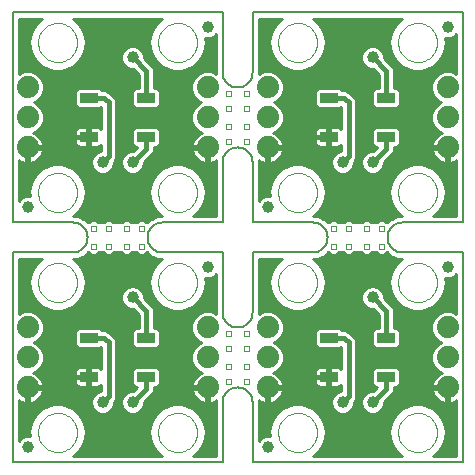
<source format=gbl>
G75*
G70*
%OFA0B0*%
%FSLAX24Y24*%
%IPPOS*%
%LPD*%
%AMOC8*
5,1,8,0,0,1.08239X$1,22.5*
%
%ADD10C,0.0080*%
%ADD11C,0.0000*%
%ADD12C,0.0394*%
%ADD13C,0.0740*%
%ADD14R,0.0591X0.0354*%
%ADD15C,0.0160*%
%ADD16C,0.0397*%
%ADD17C,0.0100*%
D10*
X008338Y000501D02*
X015338Y000501D01*
X015338Y002501D01*
X015838Y003001D02*
X015882Y002999D01*
X015925Y002993D01*
X015967Y002984D01*
X016009Y002971D01*
X016049Y002954D01*
X016088Y002934D01*
X016125Y002911D01*
X016159Y002884D01*
X016192Y002855D01*
X016221Y002822D01*
X016248Y002788D01*
X016271Y002751D01*
X016291Y002712D01*
X016308Y002672D01*
X016321Y002630D01*
X016330Y002588D01*
X016336Y002545D01*
X016338Y002501D01*
X016338Y000501D01*
X023338Y000501D01*
X023338Y007501D01*
X021338Y007501D01*
X021294Y007503D01*
X021251Y007509D01*
X021209Y007518D01*
X021167Y007531D01*
X021127Y007548D01*
X021088Y007568D01*
X021051Y007591D01*
X021017Y007618D01*
X020984Y007647D01*
X020955Y007680D01*
X020928Y007714D01*
X020905Y007751D01*
X020885Y007790D01*
X020868Y007830D01*
X020855Y007872D01*
X020846Y007914D01*
X020840Y007957D01*
X020838Y008001D01*
X020840Y008045D01*
X020846Y008088D01*
X020855Y008130D01*
X020868Y008172D01*
X020885Y008212D01*
X020905Y008251D01*
X020928Y008288D01*
X020955Y008322D01*
X020984Y008355D01*
X021017Y008384D01*
X021051Y008411D01*
X021088Y008434D01*
X021127Y008454D01*
X021167Y008471D01*
X021209Y008484D01*
X021251Y008493D01*
X021294Y008499D01*
X021338Y008501D01*
X023338Y008501D01*
X023338Y015501D01*
X016338Y015501D01*
X016338Y013501D01*
X016336Y013457D01*
X016330Y013414D01*
X016321Y013372D01*
X016308Y013330D01*
X016291Y013290D01*
X016271Y013251D01*
X016248Y013214D01*
X016221Y013180D01*
X016192Y013147D01*
X016159Y013118D01*
X016125Y013091D01*
X016088Y013068D01*
X016049Y013048D01*
X016009Y013031D01*
X015967Y013018D01*
X015925Y013009D01*
X015882Y013003D01*
X015838Y013001D01*
X015794Y013003D01*
X015751Y013009D01*
X015709Y013018D01*
X015667Y013031D01*
X015627Y013048D01*
X015588Y013068D01*
X015551Y013091D01*
X015517Y013118D01*
X015484Y013147D01*
X015455Y013180D01*
X015428Y013214D01*
X015405Y013251D01*
X015385Y013290D01*
X015368Y013330D01*
X015355Y013372D01*
X015346Y013414D01*
X015340Y013457D01*
X015338Y013501D01*
X015338Y015501D01*
X008338Y015501D01*
X008338Y008501D01*
X010338Y008501D01*
X010382Y008499D01*
X010425Y008493D01*
X010467Y008484D01*
X010509Y008471D01*
X010549Y008454D01*
X010588Y008434D01*
X010625Y008411D01*
X010659Y008384D01*
X010692Y008355D01*
X010721Y008322D01*
X010748Y008288D01*
X010771Y008251D01*
X010791Y008212D01*
X010808Y008172D01*
X010821Y008130D01*
X010830Y008088D01*
X010836Y008045D01*
X010838Y008001D01*
X010836Y007957D01*
X010830Y007914D01*
X010821Y007872D01*
X010808Y007830D01*
X010791Y007790D01*
X010771Y007751D01*
X010748Y007714D01*
X010721Y007680D01*
X010692Y007647D01*
X010659Y007618D01*
X010625Y007591D01*
X010588Y007568D01*
X010549Y007548D01*
X010509Y007531D01*
X010467Y007518D01*
X010425Y007509D01*
X010382Y007503D01*
X010338Y007501D01*
X008338Y007501D01*
X008338Y000501D01*
X015338Y002501D02*
X015340Y002545D01*
X015346Y002588D01*
X015355Y002630D01*
X015368Y002672D01*
X015385Y002712D01*
X015405Y002751D01*
X015428Y002788D01*
X015455Y002822D01*
X015484Y002855D01*
X015517Y002884D01*
X015551Y002911D01*
X015588Y002934D01*
X015627Y002954D01*
X015667Y002971D01*
X015709Y002984D01*
X015751Y002993D01*
X015794Y002999D01*
X015838Y003001D01*
X015838Y005001D02*
X015794Y005003D01*
X015751Y005009D01*
X015709Y005018D01*
X015667Y005031D01*
X015627Y005048D01*
X015588Y005068D01*
X015551Y005091D01*
X015517Y005118D01*
X015484Y005147D01*
X015455Y005180D01*
X015428Y005214D01*
X015405Y005251D01*
X015385Y005290D01*
X015368Y005330D01*
X015355Y005372D01*
X015346Y005414D01*
X015340Y005457D01*
X015338Y005501D01*
X015338Y007501D01*
X013338Y007501D01*
X012838Y008001D02*
X012840Y008045D01*
X012846Y008088D01*
X012855Y008130D01*
X012868Y008172D01*
X012885Y008212D01*
X012905Y008251D01*
X012928Y008288D01*
X012955Y008322D01*
X012984Y008355D01*
X013017Y008384D01*
X013051Y008411D01*
X013088Y008434D01*
X013127Y008454D01*
X013167Y008471D01*
X013209Y008484D01*
X013251Y008493D01*
X013294Y008499D01*
X013338Y008501D01*
X015338Y008501D01*
X015338Y010501D01*
X015838Y011001D02*
X015882Y010999D01*
X015925Y010993D01*
X015967Y010984D01*
X016009Y010971D01*
X016049Y010954D01*
X016088Y010934D01*
X016125Y010911D01*
X016159Y010884D01*
X016192Y010855D01*
X016221Y010822D01*
X016248Y010788D01*
X016271Y010751D01*
X016291Y010712D01*
X016308Y010672D01*
X016321Y010630D01*
X016330Y010588D01*
X016336Y010545D01*
X016338Y010501D01*
X016338Y008501D01*
X018338Y008501D01*
X018838Y008001D02*
X018836Y007957D01*
X018830Y007914D01*
X018821Y007872D01*
X018808Y007830D01*
X018791Y007790D01*
X018771Y007751D01*
X018748Y007714D01*
X018721Y007680D01*
X018692Y007647D01*
X018659Y007618D01*
X018625Y007591D01*
X018588Y007568D01*
X018549Y007548D01*
X018509Y007531D01*
X018467Y007518D01*
X018425Y007509D01*
X018382Y007503D01*
X018338Y007501D01*
X016338Y007501D01*
X016338Y005501D01*
X016336Y005457D01*
X016330Y005414D01*
X016321Y005372D01*
X016308Y005330D01*
X016291Y005290D01*
X016271Y005251D01*
X016248Y005214D01*
X016221Y005180D01*
X016192Y005147D01*
X016159Y005118D01*
X016125Y005091D01*
X016088Y005068D01*
X016049Y005048D01*
X016009Y005031D01*
X015967Y005018D01*
X015925Y005009D01*
X015882Y005003D01*
X015838Y005001D01*
X013338Y007501D02*
X013294Y007503D01*
X013251Y007509D01*
X013209Y007518D01*
X013167Y007531D01*
X013127Y007548D01*
X013088Y007568D01*
X013051Y007591D01*
X013017Y007618D01*
X012984Y007647D01*
X012955Y007680D01*
X012928Y007714D01*
X012905Y007751D01*
X012885Y007790D01*
X012868Y007830D01*
X012855Y007872D01*
X012846Y007914D01*
X012840Y007957D01*
X012838Y008001D01*
X018338Y008501D02*
X018382Y008499D01*
X018425Y008493D01*
X018467Y008484D01*
X018509Y008471D01*
X018549Y008454D01*
X018588Y008434D01*
X018625Y008411D01*
X018659Y008384D01*
X018692Y008355D01*
X018721Y008322D01*
X018748Y008288D01*
X018771Y008251D01*
X018791Y008212D01*
X018808Y008172D01*
X018821Y008130D01*
X018830Y008088D01*
X018836Y008045D01*
X018838Y008001D01*
X015838Y011001D02*
X015794Y010999D01*
X015751Y010993D01*
X015709Y010984D01*
X015667Y010971D01*
X015627Y010954D01*
X015588Y010934D01*
X015551Y010911D01*
X015517Y010884D01*
X015484Y010855D01*
X015455Y010822D01*
X015428Y010788D01*
X015405Y010751D01*
X015385Y010712D01*
X015368Y010672D01*
X015355Y010630D01*
X015346Y010588D01*
X015340Y010545D01*
X015338Y010501D01*
D11*
X015440Y011201D02*
X015442Y011220D01*
X015447Y011239D01*
X015457Y011255D01*
X015469Y011270D01*
X015484Y011282D01*
X015500Y011292D01*
X015519Y011297D01*
X015538Y011299D01*
X015557Y011297D01*
X015576Y011292D01*
X015592Y011282D01*
X015607Y011270D01*
X015619Y011255D01*
X015629Y011239D01*
X015634Y011220D01*
X015636Y011201D01*
X015634Y011182D01*
X015629Y011163D01*
X015619Y011147D01*
X015607Y011132D01*
X015592Y011120D01*
X015576Y011110D01*
X015557Y011105D01*
X015538Y011103D01*
X015519Y011105D01*
X015500Y011110D01*
X015484Y011120D01*
X015469Y011132D01*
X015457Y011147D01*
X015447Y011163D01*
X015442Y011182D01*
X015440Y011201D01*
X016040Y011201D02*
X016042Y011220D01*
X016047Y011239D01*
X016057Y011255D01*
X016069Y011270D01*
X016084Y011282D01*
X016100Y011292D01*
X016119Y011297D01*
X016138Y011299D01*
X016157Y011297D01*
X016176Y011292D01*
X016192Y011282D01*
X016207Y011270D01*
X016219Y011255D01*
X016229Y011239D01*
X016234Y011220D01*
X016236Y011201D01*
X016234Y011182D01*
X016229Y011163D01*
X016219Y011147D01*
X016207Y011132D01*
X016192Y011120D01*
X016176Y011110D01*
X016157Y011105D01*
X016138Y011103D01*
X016119Y011105D01*
X016100Y011110D01*
X016084Y011120D01*
X016069Y011132D01*
X016057Y011147D01*
X016047Y011163D01*
X016042Y011182D01*
X016040Y011201D01*
X016040Y011701D02*
X016042Y011720D01*
X016047Y011739D01*
X016057Y011755D01*
X016069Y011770D01*
X016084Y011782D01*
X016100Y011792D01*
X016119Y011797D01*
X016138Y011799D01*
X016157Y011797D01*
X016176Y011792D01*
X016192Y011782D01*
X016207Y011770D01*
X016219Y011755D01*
X016229Y011739D01*
X016234Y011720D01*
X016236Y011701D01*
X016234Y011682D01*
X016229Y011663D01*
X016219Y011647D01*
X016207Y011632D01*
X016192Y011620D01*
X016176Y011610D01*
X016157Y011605D01*
X016138Y011603D01*
X016119Y011605D01*
X016100Y011610D01*
X016084Y011620D01*
X016069Y011632D01*
X016057Y011647D01*
X016047Y011663D01*
X016042Y011682D01*
X016040Y011701D01*
X015440Y011701D02*
X015442Y011720D01*
X015447Y011739D01*
X015457Y011755D01*
X015469Y011770D01*
X015484Y011782D01*
X015500Y011792D01*
X015519Y011797D01*
X015538Y011799D01*
X015557Y011797D01*
X015576Y011792D01*
X015592Y011782D01*
X015607Y011770D01*
X015619Y011755D01*
X015629Y011739D01*
X015634Y011720D01*
X015636Y011701D01*
X015634Y011682D01*
X015629Y011663D01*
X015619Y011647D01*
X015607Y011632D01*
X015592Y011620D01*
X015576Y011610D01*
X015557Y011605D01*
X015538Y011603D01*
X015519Y011605D01*
X015500Y011610D01*
X015484Y011620D01*
X015469Y011632D01*
X015457Y011647D01*
X015447Y011663D01*
X015442Y011682D01*
X015440Y011701D01*
X015440Y012301D02*
X015442Y012320D01*
X015447Y012339D01*
X015457Y012355D01*
X015469Y012370D01*
X015484Y012382D01*
X015500Y012392D01*
X015519Y012397D01*
X015538Y012399D01*
X015557Y012397D01*
X015576Y012392D01*
X015592Y012382D01*
X015607Y012370D01*
X015619Y012355D01*
X015629Y012339D01*
X015634Y012320D01*
X015636Y012301D01*
X015634Y012282D01*
X015629Y012263D01*
X015619Y012247D01*
X015607Y012232D01*
X015592Y012220D01*
X015576Y012210D01*
X015557Y012205D01*
X015538Y012203D01*
X015519Y012205D01*
X015500Y012210D01*
X015484Y012220D01*
X015469Y012232D01*
X015457Y012247D01*
X015447Y012263D01*
X015442Y012282D01*
X015440Y012301D01*
X016040Y012301D02*
X016042Y012320D01*
X016047Y012339D01*
X016057Y012355D01*
X016069Y012370D01*
X016084Y012382D01*
X016100Y012392D01*
X016119Y012397D01*
X016138Y012399D01*
X016157Y012397D01*
X016176Y012392D01*
X016192Y012382D01*
X016207Y012370D01*
X016219Y012355D01*
X016229Y012339D01*
X016234Y012320D01*
X016236Y012301D01*
X016234Y012282D01*
X016229Y012263D01*
X016219Y012247D01*
X016207Y012232D01*
X016192Y012220D01*
X016176Y012210D01*
X016157Y012205D01*
X016138Y012203D01*
X016119Y012205D01*
X016100Y012210D01*
X016084Y012220D01*
X016069Y012232D01*
X016057Y012247D01*
X016047Y012263D01*
X016042Y012282D01*
X016040Y012301D01*
X016040Y012801D02*
X016042Y012820D01*
X016047Y012839D01*
X016057Y012855D01*
X016069Y012870D01*
X016084Y012882D01*
X016100Y012892D01*
X016119Y012897D01*
X016138Y012899D01*
X016157Y012897D01*
X016176Y012892D01*
X016192Y012882D01*
X016207Y012870D01*
X016219Y012855D01*
X016229Y012839D01*
X016234Y012820D01*
X016236Y012801D01*
X016234Y012782D01*
X016229Y012763D01*
X016219Y012747D01*
X016207Y012732D01*
X016192Y012720D01*
X016176Y012710D01*
X016157Y012705D01*
X016138Y012703D01*
X016119Y012705D01*
X016100Y012710D01*
X016084Y012720D01*
X016069Y012732D01*
X016057Y012747D01*
X016047Y012763D01*
X016042Y012782D01*
X016040Y012801D01*
X015440Y012801D02*
X015442Y012820D01*
X015447Y012839D01*
X015457Y012855D01*
X015469Y012870D01*
X015484Y012882D01*
X015500Y012892D01*
X015519Y012897D01*
X015538Y012899D01*
X015557Y012897D01*
X015576Y012892D01*
X015592Y012882D01*
X015607Y012870D01*
X015619Y012855D01*
X015629Y012839D01*
X015634Y012820D01*
X015636Y012801D01*
X015634Y012782D01*
X015629Y012763D01*
X015619Y012747D01*
X015607Y012732D01*
X015592Y012720D01*
X015576Y012710D01*
X015557Y012705D01*
X015538Y012703D01*
X015519Y012705D01*
X015500Y012710D01*
X015484Y012720D01*
X015469Y012732D01*
X015457Y012747D01*
X015447Y012763D01*
X015442Y012782D01*
X015440Y012801D01*
X013188Y014501D02*
X013190Y014551D01*
X013196Y014601D01*
X013206Y014651D01*
X013219Y014699D01*
X013236Y014747D01*
X013257Y014793D01*
X013281Y014837D01*
X013309Y014879D01*
X013340Y014919D01*
X013374Y014956D01*
X013411Y014991D01*
X013450Y015022D01*
X013491Y015051D01*
X013535Y015076D01*
X013581Y015098D01*
X013628Y015116D01*
X013676Y015130D01*
X013725Y015141D01*
X013775Y015148D01*
X013825Y015151D01*
X013876Y015150D01*
X013926Y015145D01*
X013976Y015136D01*
X014024Y015124D01*
X014072Y015107D01*
X014118Y015087D01*
X014163Y015064D01*
X014206Y015037D01*
X014246Y015007D01*
X014284Y014974D01*
X014319Y014938D01*
X014352Y014899D01*
X014381Y014858D01*
X014407Y014815D01*
X014430Y014770D01*
X014449Y014723D01*
X014464Y014675D01*
X014476Y014626D01*
X014484Y014576D01*
X014488Y014526D01*
X014488Y014476D01*
X014484Y014426D01*
X014476Y014376D01*
X014464Y014327D01*
X014449Y014279D01*
X014430Y014232D01*
X014407Y014187D01*
X014381Y014144D01*
X014352Y014103D01*
X014319Y014064D01*
X014284Y014028D01*
X014246Y013995D01*
X014206Y013965D01*
X014163Y013938D01*
X014118Y013915D01*
X014072Y013895D01*
X014024Y013878D01*
X013976Y013866D01*
X013926Y013857D01*
X013876Y013852D01*
X013825Y013851D01*
X013775Y013854D01*
X013725Y013861D01*
X013676Y013872D01*
X013628Y013886D01*
X013581Y013904D01*
X013535Y013926D01*
X013491Y013951D01*
X013450Y013980D01*
X013411Y014011D01*
X013374Y014046D01*
X013340Y014083D01*
X013309Y014123D01*
X013281Y014165D01*
X013257Y014209D01*
X013236Y014255D01*
X013219Y014303D01*
X013206Y014351D01*
X013196Y014401D01*
X013190Y014451D01*
X013188Y014501D01*
X009188Y014501D02*
X009190Y014551D01*
X009196Y014601D01*
X009206Y014651D01*
X009219Y014699D01*
X009236Y014747D01*
X009257Y014793D01*
X009281Y014837D01*
X009309Y014879D01*
X009340Y014919D01*
X009374Y014956D01*
X009411Y014991D01*
X009450Y015022D01*
X009491Y015051D01*
X009535Y015076D01*
X009581Y015098D01*
X009628Y015116D01*
X009676Y015130D01*
X009725Y015141D01*
X009775Y015148D01*
X009825Y015151D01*
X009876Y015150D01*
X009926Y015145D01*
X009976Y015136D01*
X010024Y015124D01*
X010072Y015107D01*
X010118Y015087D01*
X010163Y015064D01*
X010206Y015037D01*
X010246Y015007D01*
X010284Y014974D01*
X010319Y014938D01*
X010352Y014899D01*
X010381Y014858D01*
X010407Y014815D01*
X010430Y014770D01*
X010449Y014723D01*
X010464Y014675D01*
X010476Y014626D01*
X010484Y014576D01*
X010488Y014526D01*
X010488Y014476D01*
X010484Y014426D01*
X010476Y014376D01*
X010464Y014327D01*
X010449Y014279D01*
X010430Y014232D01*
X010407Y014187D01*
X010381Y014144D01*
X010352Y014103D01*
X010319Y014064D01*
X010284Y014028D01*
X010246Y013995D01*
X010206Y013965D01*
X010163Y013938D01*
X010118Y013915D01*
X010072Y013895D01*
X010024Y013878D01*
X009976Y013866D01*
X009926Y013857D01*
X009876Y013852D01*
X009825Y013851D01*
X009775Y013854D01*
X009725Y013861D01*
X009676Y013872D01*
X009628Y013886D01*
X009581Y013904D01*
X009535Y013926D01*
X009491Y013951D01*
X009450Y013980D01*
X009411Y014011D01*
X009374Y014046D01*
X009340Y014083D01*
X009309Y014123D01*
X009281Y014165D01*
X009257Y014209D01*
X009236Y014255D01*
X009219Y014303D01*
X009206Y014351D01*
X009196Y014401D01*
X009190Y014451D01*
X009188Y014501D01*
X017188Y014501D02*
X017190Y014551D01*
X017196Y014601D01*
X017206Y014651D01*
X017219Y014699D01*
X017236Y014747D01*
X017257Y014793D01*
X017281Y014837D01*
X017309Y014879D01*
X017340Y014919D01*
X017374Y014956D01*
X017411Y014991D01*
X017450Y015022D01*
X017491Y015051D01*
X017535Y015076D01*
X017581Y015098D01*
X017628Y015116D01*
X017676Y015130D01*
X017725Y015141D01*
X017775Y015148D01*
X017825Y015151D01*
X017876Y015150D01*
X017926Y015145D01*
X017976Y015136D01*
X018024Y015124D01*
X018072Y015107D01*
X018118Y015087D01*
X018163Y015064D01*
X018206Y015037D01*
X018246Y015007D01*
X018284Y014974D01*
X018319Y014938D01*
X018352Y014899D01*
X018381Y014858D01*
X018407Y014815D01*
X018430Y014770D01*
X018449Y014723D01*
X018464Y014675D01*
X018476Y014626D01*
X018484Y014576D01*
X018488Y014526D01*
X018488Y014476D01*
X018484Y014426D01*
X018476Y014376D01*
X018464Y014327D01*
X018449Y014279D01*
X018430Y014232D01*
X018407Y014187D01*
X018381Y014144D01*
X018352Y014103D01*
X018319Y014064D01*
X018284Y014028D01*
X018246Y013995D01*
X018206Y013965D01*
X018163Y013938D01*
X018118Y013915D01*
X018072Y013895D01*
X018024Y013878D01*
X017976Y013866D01*
X017926Y013857D01*
X017876Y013852D01*
X017825Y013851D01*
X017775Y013854D01*
X017725Y013861D01*
X017676Y013872D01*
X017628Y013886D01*
X017581Y013904D01*
X017535Y013926D01*
X017491Y013951D01*
X017450Y013980D01*
X017411Y014011D01*
X017374Y014046D01*
X017340Y014083D01*
X017309Y014123D01*
X017281Y014165D01*
X017257Y014209D01*
X017236Y014255D01*
X017219Y014303D01*
X017206Y014351D01*
X017196Y014401D01*
X017190Y014451D01*
X017188Y014501D01*
X021188Y014501D02*
X021190Y014551D01*
X021196Y014601D01*
X021206Y014651D01*
X021219Y014699D01*
X021236Y014747D01*
X021257Y014793D01*
X021281Y014837D01*
X021309Y014879D01*
X021340Y014919D01*
X021374Y014956D01*
X021411Y014991D01*
X021450Y015022D01*
X021491Y015051D01*
X021535Y015076D01*
X021581Y015098D01*
X021628Y015116D01*
X021676Y015130D01*
X021725Y015141D01*
X021775Y015148D01*
X021825Y015151D01*
X021876Y015150D01*
X021926Y015145D01*
X021976Y015136D01*
X022024Y015124D01*
X022072Y015107D01*
X022118Y015087D01*
X022163Y015064D01*
X022206Y015037D01*
X022246Y015007D01*
X022284Y014974D01*
X022319Y014938D01*
X022352Y014899D01*
X022381Y014858D01*
X022407Y014815D01*
X022430Y014770D01*
X022449Y014723D01*
X022464Y014675D01*
X022476Y014626D01*
X022484Y014576D01*
X022488Y014526D01*
X022488Y014476D01*
X022484Y014426D01*
X022476Y014376D01*
X022464Y014327D01*
X022449Y014279D01*
X022430Y014232D01*
X022407Y014187D01*
X022381Y014144D01*
X022352Y014103D01*
X022319Y014064D01*
X022284Y014028D01*
X022246Y013995D01*
X022206Y013965D01*
X022163Y013938D01*
X022118Y013915D01*
X022072Y013895D01*
X022024Y013878D01*
X021976Y013866D01*
X021926Y013857D01*
X021876Y013852D01*
X021825Y013851D01*
X021775Y013854D01*
X021725Y013861D01*
X021676Y013872D01*
X021628Y013886D01*
X021581Y013904D01*
X021535Y013926D01*
X021491Y013951D01*
X021450Y013980D01*
X021411Y014011D01*
X021374Y014046D01*
X021340Y014083D01*
X021309Y014123D01*
X021281Y014165D01*
X021257Y014209D01*
X021236Y014255D01*
X021219Y014303D01*
X021206Y014351D01*
X021196Y014401D01*
X021190Y014451D01*
X021188Y014501D01*
X021188Y009501D02*
X021190Y009551D01*
X021196Y009601D01*
X021206Y009651D01*
X021219Y009699D01*
X021236Y009747D01*
X021257Y009793D01*
X021281Y009837D01*
X021309Y009879D01*
X021340Y009919D01*
X021374Y009956D01*
X021411Y009991D01*
X021450Y010022D01*
X021491Y010051D01*
X021535Y010076D01*
X021581Y010098D01*
X021628Y010116D01*
X021676Y010130D01*
X021725Y010141D01*
X021775Y010148D01*
X021825Y010151D01*
X021876Y010150D01*
X021926Y010145D01*
X021976Y010136D01*
X022024Y010124D01*
X022072Y010107D01*
X022118Y010087D01*
X022163Y010064D01*
X022206Y010037D01*
X022246Y010007D01*
X022284Y009974D01*
X022319Y009938D01*
X022352Y009899D01*
X022381Y009858D01*
X022407Y009815D01*
X022430Y009770D01*
X022449Y009723D01*
X022464Y009675D01*
X022476Y009626D01*
X022484Y009576D01*
X022488Y009526D01*
X022488Y009476D01*
X022484Y009426D01*
X022476Y009376D01*
X022464Y009327D01*
X022449Y009279D01*
X022430Y009232D01*
X022407Y009187D01*
X022381Y009144D01*
X022352Y009103D01*
X022319Y009064D01*
X022284Y009028D01*
X022246Y008995D01*
X022206Y008965D01*
X022163Y008938D01*
X022118Y008915D01*
X022072Y008895D01*
X022024Y008878D01*
X021976Y008866D01*
X021926Y008857D01*
X021876Y008852D01*
X021825Y008851D01*
X021775Y008854D01*
X021725Y008861D01*
X021676Y008872D01*
X021628Y008886D01*
X021581Y008904D01*
X021535Y008926D01*
X021491Y008951D01*
X021450Y008980D01*
X021411Y009011D01*
X021374Y009046D01*
X021340Y009083D01*
X021309Y009123D01*
X021281Y009165D01*
X021257Y009209D01*
X021236Y009255D01*
X021219Y009303D01*
X021206Y009351D01*
X021196Y009401D01*
X021190Y009451D01*
X021188Y009501D01*
X017188Y009501D02*
X017190Y009551D01*
X017196Y009601D01*
X017206Y009651D01*
X017219Y009699D01*
X017236Y009747D01*
X017257Y009793D01*
X017281Y009837D01*
X017309Y009879D01*
X017340Y009919D01*
X017374Y009956D01*
X017411Y009991D01*
X017450Y010022D01*
X017491Y010051D01*
X017535Y010076D01*
X017581Y010098D01*
X017628Y010116D01*
X017676Y010130D01*
X017725Y010141D01*
X017775Y010148D01*
X017825Y010151D01*
X017876Y010150D01*
X017926Y010145D01*
X017976Y010136D01*
X018024Y010124D01*
X018072Y010107D01*
X018118Y010087D01*
X018163Y010064D01*
X018206Y010037D01*
X018246Y010007D01*
X018284Y009974D01*
X018319Y009938D01*
X018352Y009899D01*
X018381Y009858D01*
X018407Y009815D01*
X018430Y009770D01*
X018449Y009723D01*
X018464Y009675D01*
X018476Y009626D01*
X018484Y009576D01*
X018488Y009526D01*
X018488Y009476D01*
X018484Y009426D01*
X018476Y009376D01*
X018464Y009327D01*
X018449Y009279D01*
X018430Y009232D01*
X018407Y009187D01*
X018381Y009144D01*
X018352Y009103D01*
X018319Y009064D01*
X018284Y009028D01*
X018246Y008995D01*
X018206Y008965D01*
X018163Y008938D01*
X018118Y008915D01*
X018072Y008895D01*
X018024Y008878D01*
X017976Y008866D01*
X017926Y008857D01*
X017876Y008852D01*
X017825Y008851D01*
X017775Y008854D01*
X017725Y008861D01*
X017676Y008872D01*
X017628Y008886D01*
X017581Y008904D01*
X017535Y008926D01*
X017491Y008951D01*
X017450Y008980D01*
X017411Y009011D01*
X017374Y009046D01*
X017340Y009083D01*
X017309Y009123D01*
X017281Y009165D01*
X017257Y009209D01*
X017236Y009255D01*
X017219Y009303D01*
X017206Y009351D01*
X017196Y009401D01*
X017190Y009451D01*
X017188Y009501D01*
X013188Y009501D02*
X013190Y009551D01*
X013196Y009601D01*
X013206Y009651D01*
X013219Y009699D01*
X013236Y009747D01*
X013257Y009793D01*
X013281Y009837D01*
X013309Y009879D01*
X013340Y009919D01*
X013374Y009956D01*
X013411Y009991D01*
X013450Y010022D01*
X013491Y010051D01*
X013535Y010076D01*
X013581Y010098D01*
X013628Y010116D01*
X013676Y010130D01*
X013725Y010141D01*
X013775Y010148D01*
X013825Y010151D01*
X013876Y010150D01*
X013926Y010145D01*
X013976Y010136D01*
X014024Y010124D01*
X014072Y010107D01*
X014118Y010087D01*
X014163Y010064D01*
X014206Y010037D01*
X014246Y010007D01*
X014284Y009974D01*
X014319Y009938D01*
X014352Y009899D01*
X014381Y009858D01*
X014407Y009815D01*
X014430Y009770D01*
X014449Y009723D01*
X014464Y009675D01*
X014476Y009626D01*
X014484Y009576D01*
X014488Y009526D01*
X014488Y009476D01*
X014484Y009426D01*
X014476Y009376D01*
X014464Y009327D01*
X014449Y009279D01*
X014430Y009232D01*
X014407Y009187D01*
X014381Y009144D01*
X014352Y009103D01*
X014319Y009064D01*
X014284Y009028D01*
X014246Y008995D01*
X014206Y008965D01*
X014163Y008938D01*
X014118Y008915D01*
X014072Y008895D01*
X014024Y008878D01*
X013976Y008866D01*
X013926Y008857D01*
X013876Y008852D01*
X013825Y008851D01*
X013775Y008854D01*
X013725Y008861D01*
X013676Y008872D01*
X013628Y008886D01*
X013581Y008904D01*
X013535Y008926D01*
X013491Y008951D01*
X013450Y008980D01*
X013411Y009011D01*
X013374Y009046D01*
X013340Y009083D01*
X013309Y009123D01*
X013281Y009165D01*
X013257Y009209D01*
X013236Y009255D01*
X013219Y009303D01*
X013206Y009351D01*
X013196Y009401D01*
X013190Y009451D01*
X013188Y009501D01*
X009188Y009501D02*
X009190Y009551D01*
X009196Y009601D01*
X009206Y009651D01*
X009219Y009699D01*
X009236Y009747D01*
X009257Y009793D01*
X009281Y009837D01*
X009309Y009879D01*
X009340Y009919D01*
X009374Y009956D01*
X009411Y009991D01*
X009450Y010022D01*
X009491Y010051D01*
X009535Y010076D01*
X009581Y010098D01*
X009628Y010116D01*
X009676Y010130D01*
X009725Y010141D01*
X009775Y010148D01*
X009825Y010151D01*
X009876Y010150D01*
X009926Y010145D01*
X009976Y010136D01*
X010024Y010124D01*
X010072Y010107D01*
X010118Y010087D01*
X010163Y010064D01*
X010206Y010037D01*
X010246Y010007D01*
X010284Y009974D01*
X010319Y009938D01*
X010352Y009899D01*
X010381Y009858D01*
X010407Y009815D01*
X010430Y009770D01*
X010449Y009723D01*
X010464Y009675D01*
X010476Y009626D01*
X010484Y009576D01*
X010488Y009526D01*
X010488Y009476D01*
X010484Y009426D01*
X010476Y009376D01*
X010464Y009327D01*
X010449Y009279D01*
X010430Y009232D01*
X010407Y009187D01*
X010381Y009144D01*
X010352Y009103D01*
X010319Y009064D01*
X010284Y009028D01*
X010246Y008995D01*
X010206Y008965D01*
X010163Y008938D01*
X010118Y008915D01*
X010072Y008895D01*
X010024Y008878D01*
X009976Y008866D01*
X009926Y008857D01*
X009876Y008852D01*
X009825Y008851D01*
X009775Y008854D01*
X009725Y008861D01*
X009676Y008872D01*
X009628Y008886D01*
X009581Y008904D01*
X009535Y008926D01*
X009491Y008951D01*
X009450Y008980D01*
X009411Y009011D01*
X009374Y009046D01*
X009340Y009083D01*
X009309Y009123D01*
X009281Y009165D01*
X009257Y009209D01*
X009236Y009255D01*
X009219Y009303D01*
X009206Y009351D01*
X009196Y009401D01*
X009190Y009451D01*
X009188Y009501D01*
X010940Y008301D02*
X010942Y008320D01*
X010947Y008339D01*
X010957Y008355D01*
X010969Y008370D01*
X010984Y008382D01*
X011000Y008392D01*
X011019Y008397D01*
X011038Y008399D01*
X011057Y008397D01*
X011076Y008392D01*
X011092Y008382D01*
X011107Y008370D01*
X011119Y008355D01*
X011129Y008339D01*
X011134Y008320D01*
X011136Y008301D01*
X011134Y008282D01*
X011129Y008263D01*
X011119Y008247D01*
X011107Y008232D01*
X011092Y008220D01*
X011076Y008210D01*
X011057Y008205D01*
X011038Y008203D01*
X011019Y008205D01*
X011000Y008210D01*
X010984Y008220D01*
X010969Y008232D01*
X010957Y008247D01*
X010947Y008263D01*
X010942Y008282D01*
X010940Y008301D01*
X011440Y008301D02*
X011442Y008320D01*
X011447Y008339D01*
X011457Y008355D01*
X011469Y008370D01*
X011484Y008382D01*
X011500Y008392D01*
X011519Y008397D01*
X011538Y008399D01*
X011557Y008397D01*
X011576Y008392D01*
X011592Y008382D01*
X011607Y008370D01*
X011619Y008355D01*
X011629Y008339D01*
X011634Y008320D01*
X011636Y008301D01*
X011634Y008282D01*
X011629Y008263D01*
X011619Y008247D01*
X011607Y008232D01*
X011592Y008220D01*
X011576Y008210D01*
X011557Y008205D01*
X011538Y008203D01*
X011519Y008205D01*
X011500Y008210D01*
X011484Y008220D01*
X011469Y008232D01*
X011457Y008247D01*
X011447Y008263D01*
X011442Y008282D01*
X011440Y008301D01*
X012040Y008301D02*
X012042Y008320D01*
X012047Y008339D01*
X012057Y008355D01*
X012069Y008370D01*
X012084Y008382D01*
X012100Y008392D01*
X012119Y008397D01*
X012138Y008399D01*
X012157Y008397D01*
X012176Y008392D01*
X012192Y008382D01*
X012207Y008370D01*
X012219Y008355D01*
X012229Y008339D01*
X012234Y008320D01*
X012236Y008301D01*
X012234Y008282D01*
X012229Y008263D01*
X012219Y008247D01*
X012207Y008232D01*
X012192Y008220D01*
X012176Y008210D01*
X012157Y008205D01*
X012138Y008203D01*
X012119Y008205D01*
X012100Y008210D01*
X012084Y008220D01*
X012069Y008232D01*
X012057Y008247D01*
X012047Y008263D01*
X012042Y008282D01*
X012040Y008301D01*
X012540Y008301D02*
X012542Y008320D01*
X012547Y008339D01*
X012557Y008355D01*
X012569Y008370D01*
X012584Y008382D01*
X012600Y008392D01*
X012619Y008397D01*
X012638Y008399D01*
X012657Y008397D01*
X012676Y008392D01*
X012692Y008382D01*
X012707Y008370D01*
X012719Y008355D01*
X012729Y008339D01*
X012734Y008320D01*
X012736Y008301D01*
X012734Y008282D01*
X012729Y008263D01*
X012719Y008247D01*
X012707Y008232D01*
X012692Y008220D01*
X012676Y008210D01*
X012657Y008205D01*
X012638Y008203D01*
X012619Y008205D01*
X012600Y008210D01*
X012584Y008220D01*
X012569Y008232D01*
X012557Y008247D01*
X012547Y008263D01*
X012542Y008282D01*
X012540Y008301D01*
X012540Y007701D02*
X012542Y007720D01*
X012547Y007739D01*
X012557Y007755D01*
X012569Y007770D01*
X012584Y007782D01*
X012600Y007792D01*
X012619Y007797D01*
X012638Y007799D01*
X012657Y007797D01*
X012676Y007792D01*
X012692Y007782D01*
X012707Y007770D01*
X012719Y007755D01*
X012729Y007739D01*
X012734Y007720D01*
X012736Y007701D01*
X012734Y007682D01*
X012729Y007663D01*
X012719Y007647D01*
X012707Y007632D01*
X012692Y007620D01*
X012676Y007610D01*
X012657Y007605D01*
X012638Y007603D01*
X012619Y007605D01*
X012600Y007610D01*
X012584Y007620D01*
X012569Y007632D01*
X012557Y007647D01*
X012547Y007663D01*
X012542Y007682D01*
X012540Y007701D01*
X012040Y007701D02*
X012042Y007720D01*
X012047Y007739D01*
X012057Y007755D01*
X012069Y007770D01*
X012084Y007782D01*
X012100Y007792D01*
X012119Y007797D01*
X012138Y007799D01*
X012157Y007797D01*
X012176Y007792D01*
X012192Y007782D01*
X012207Y007770D01*
X012219Y007755D01*
X012229Y007739D01*
X012234Y007720D01*
X012236Y007701D01*
X012234Y007682D01*
X012229Y007663D01*
X012219Y007647D01*
X012207Y007632D01*
X012192Y007620D01*
X012176Y007610D01*
X012157Y007605D01*
X012138Y007603D01*
X012119Y007605D01*
X012100Y007610D01*
X012084Y007620D01*
X012069Y007632D01*
X012057Y007647D01*
X012047Y007663D01*
X012042Y007682D01*
X012040Y007701D01*
X011440Y007701D02*
X011442Y007720D01*
X011447Y007739D01*
X011457Y007755D01*
X011469Y007770D01*
X011484Y007782D01*
X011500Y007792D01*
X011519Y007797D01*
X011538Y007799D01*
X011557Y007797D01*
X011576Y007792D01*
X011592Y007782D01*
X011607Y007770D01*
X011619Y007755D01*
X011629Y007739D01*
X011634Y007720D01*
X011636Y007701D01*
X011634Y007682D01*
X011629Y007663D01*
X011619Y007647D01*
X011607Y007632D01*
X011592Y007620D01*
X011576Y007610D01*
X011557Y007605D01*
X011538Y007603D01*
X011519Y007605D01*
X011500Y007610D01*
X011484Y007620D01*
X011469Y007632D01*
X011457Y007647D01*
X011447Y007663D01*
X011442Y007682D01*
X011440Y007701D01*
X010940Y007701D02*
X010942Y007720D01*
X010947Y007739D01*
X010957Y007755D01*
X010969Y007770D01*
X010984Y007782D01*
X011000Y007792D01*
X011019Y007797D01*
X011038Y007799D01*
X011057Y007797D01*
X011076Y007792D01*
X011092Y007782D01*
X011107Y007770D01*
X011119Y007755D01*
X011129Y007739D01*
X011134Y007720D01*
X011136Y007701D01*
X011134Y007682D01*
X011129Y007663D01*
X011119Y007647D01*
X011107Y007632D01*
X011092Y007620D01*
X011076Y007610D01*
X011057Y007605D01*
X011038Y007603D01*
X011019Y007605D01*
X011000Y007610D01*
X010984Y007620D01*
X010969Y007632D01*
X010957Y007647D01*
X010947Y007663D01*
X010942Y007682D01*
X010940Y007701D01*
X009188Y006501D02*
X009190Y006551D01*
X009196Y006601D01*
X009206Y006651D01*
X009219Y006699D01*
X009236Y006747D01*
X009257Y006793D01*
X009281Y006837D01*
X009309Y006879D01*
X009340Y006919D01*
X009374Y006956D01*
X009411Y006991D01*
X009450Y007022D01*
X009491Y007051D01*
X009535Y007076D01*
X009581Y007098D01*
X009628Y007116D01*
X009676Y007130D01*
X009725Y007141D01*
X009775Y007148D01*
X009825Y007151D01*
X009876Y007150D01*
X009926Y007145D01*
X009976Y007136D01*
X010024Y007124D01*
X010072Y007107D01*
X010118Y007087D01*
X010163Y007064D01*
X010206Y007037D01*
X010246Y007007D01*
X010284Y006974D01*
X010319Y006938D01*
X010352Y006899D01*
X010381Y006858D01*
X010407Y006815D01*
X010430Y006770D01*
X010449Y006723D01*
X010464Y006675D01*
X010476Y006626D01*
X010484Y006576D01*
X010488Y006526D01*
X010488Y006476D01*
X010484Y006426D01*
X010476Y006376D01*
X010464Y006327D01*
X010449Y006279D01*
X010430Y006232D01*
X010407Y006187D01*
X010381Y006144D01*
X010352Y006103D01*
X010319Y006064D01*
X010284Y006028D01*
X010246Y005995D01*
X010206Y005965D01*
X010163Y005938D01*
X010118Y005915D01*
X010072Y005895D01*
X010024Y005878D01*
X009976Y005866D01*
X009926Y005857D01*
X009876Y005852D01*
X009825Y005851D01*
X009775Y005854D01*
X009725Y005861D01*
X009676Y005872D01*
X009628Y005886D01*
X009581Y005904D01*
X009535Y005926D01*
X009491Y005951D01*
X009450Y005980D01*
X009411Y006011D01*
X009374Y006046D01*
X009340Y006083D01*
X009309Y006123D01*
X009281Y006165D01*
X009257Y006209D01*
X009236Y006255D01*
X009219Y006303D01*
X009206Y006351D01*
X009196Y006401D01*
X009190Y006451D01*
X009188Y006501D01*
X013188Y006501D02*
X013190Y006551D01*
X013196Y006601D01*
X013206Y006651D01*
X013219Y006699D01*
X013236Y006747D01*
X013257Y006793D01*
X013281Y006837D01*
X013309Y006879D01*
X013340Y006919D01*
X013374Y006956D01*
X013411Y006991D01*
X013450Y007022D01*
X013491Y007051D01*
X013535Y007076D01*
X013581Y007098D01*
X013628Y007116D01*
X013676Y007130D01*
X013725Y007141D01*
X013775Y007148D01*
X013825Y007151D01*
X013876Y007150D01*
X013926Y007145D01*
X013976Y007136D01*
X014024Y007124D01*
X014072Y007107D01*
X014118Y007087D01*
X014163Y007064D01*
X014206Y007037D01*
X014246Y007007D01*
X014284Y006974D01*
X014319Y006938D01*
X014352Y006899D01*
X014381Y006858D01*
X014407Y006815D01*
X014430Y006770D01*
X014449Y006723D01*
X014464Y006675D01*
X014476Y006626D01*
X014484Y006576D01*
X014488Y006526D01*
X014488Y006476D01*
X014484Y006426D01*
X014476Y006376D01*
X014464Y006327D01*
X014449Y006279D01*
X014430Y006232D01*
X014407Y006187D01*
X014381Y006144D01*
X014352Y006103D01*
X014319Y006064D01*
X014284Y006028D01*
X014246Y005995D01*
X014206Y005965D01*
X014163Y005938D01*
X014118Y005915D01*
X014072Y005895D01*
X014024Y005878D01*
X013976Y005866D01*
X013926Y005857D01*
X013876Y005852D01*
X013825Y005851D01*
X013775Y005854D01*
X013725Y005861D01*
X013676Y005872D01*
X013628Y005886D01*
X013581Y005904D01*
X013535Y005926D01*
X013491Y005951D01*
X013450Y005980D01*
X013411Y006011D01*
X013374Y006046D01*
X013340Y006083D01*
X013309Y006123D01*
X013281Y006165D01*
X013257Y006209D01*
X013236Y006255D01*
X013219Y006303D01*
X013206Y006351D01*
X013196Y006401D01*
X013190Y006451D01*
X013188Y006501D01*
X017188Y006501D02*
X017190Y006551D01*
X017196Y006601D01*
X017206Y006651D01*
X017219Y006699D01*
X017236Y006747D01*
X017257Y006793D01*
X017281Y006837D01*
X017309Y006879D01*
X017340Y006919D01*
X017374Y006956D01*
X017411Y006991D01*
X017450Y007022D01*
X017491Y007051D01*
X017535Y007076D01*
X017581Y007098D01*
X017628Y007116D01*
X017676Y007130D01*
X017725Y007141D01*
X017775Y007148D01*
X017825Y007151D01*
X017876Y007150D01*
X017926Y007145D01*
X017976Y007136D01*
X018024Y007124D01*
X018072Y007107D01*
X018118Y007087D01*
X018163Y007064D01*
X018206Y007037D01*
X018246Y007007D01*
X018284Y006974D01*
X018319Y006938D01*
X018352Y006899D01*
X018381Y006858D01*
X018407Y006815D01*
X018430Y006770D01*
X018449Y006723D01*
X018464Y006675D01*
X018476Y006626D01*
X018484Y006576D01*
X018488Y006526D01*
X018488Y006476D01*
X018484Y006426D01*
X018476Y006376D01*
X018464Y006327D01*
X018449Y006279D01*
X018430Y006232D01*
X018407Y006187D01*
X018381Y006144D01*
X018352Y006103D01*
X018319Y006064D01*
X018284Y006028D01*
X018246Y005995D01*
X018206Y005965D01*
X018163Y005938D01*
X018118Y005915D01*
X018072Y005895D01*
X018024Y005878D01*
X017976Y005866D01*
X017926Y005857D01*
X017876Y005852D01*
X017825Y005851D01*
X017775Y005854D01*
X017725Y005861D01*
X017676Y005872D01*
X017628Y005886D01*
X017581Y005904D01*
X017535Y005926D01*
X017491Y005951D01*
X017450Y005980D01*
X017411Y006011D01*
X017374Y006046D01*
X017340Y006083D01*
X017309Y006123D01*
X017281Y006165D01*
X017257Y006209D01*
X017236Y006255D01*
X017219Y006303D01*
X017206Y006351D01*
X017196Y006401D01*
X017190Y006451D01*
X017188Y006501D01*
X018940Y007701D02*
X018942Y007720D01*
X018947Y007739D01*
X018957Y007755D01*
X018969Y007770D01*
X018984Y007782D01*
X019000Y007792D01*
X019019Y007797D01*
X019038Y007799D01*
X019057Y007797D01*
X019076Y007792D01*
X019092Y007782D01*
X019107Y007770D01*
X019119Y007755D01*
X019129Y007739D01*
X019134Y007720D01*
X019136Y007701D01*
X019134Y007682D01*
X019129Y007663D01*
X019119Y007647D01*
X019107Y007632D01*
X019092Y007620D01*
X019076Y007610D01*
X019057Y007605D01*
X019038Y007603D01*
X019019Y007605D01*
X019000Y007610D01*
X018984Y007620D01*
X018969Y007632D01*
X018957Y007647D01*
X018947Y007663D01*
X018942Y007682D01*
X018940Y007701D01*
X019440Y007701D02*
X019442Y007720D01*
X019447Y007739D01*
X019457Y007755D01*
X019469Y007770D01*
X019484Y007782D01*
X019500Y007792D01*
X019519Y007797D01*
X019538Y007799D01*
X019557Y007797D01*
X019576Y007792D01*
X019592Y007782D01*
X019607Y007770D01*
X019619Y007755D01*
X019629Y007739D01*
X019634Y007720D01*
X019636Y007701D01*
X019634Y007682D01*
X019629Y007663D01*
X019619Y007647D01*
X019607Y007632D01*
X019592Y007620D01*
X019576Y007610D01*
X019557Y007605D01*
X019538Y007603D01*
X019519Y007605D01*
X019500Y007610D01*
X019484Y007620D01*
X019469Y007632D01*
X019457Y007647D01*
X019447Y007663D01*
X019442Y007682D01*
X019440Y007701D01*
X020040Y007701D02*
X020042Y007720D01*
X020047Y007739D01*
X020057Y007755D01*
X020069Y007770D01*
X020084Y007782D01*
X020100Y007792D01*
X020119Y007797D01*
X020138Y007799D01*
X020157Y007797D01*
X020176Y007792D01*
X020192Y007782D01*
X020207Y007770D01*
X020219Y007755D01*
X020229Y007739D01*
X020234Y007720D01*
X020236Y007701D01*
X020234Y007682D01*
X020229Y007663D01*
X020219Y007647D01*
X020207Y007632D01*
X020192Y007620D01*
X020176Y007610D01*
X020157Y007605D01*
X020138Y007603D01*
X020119Y007605D01*
X020100Y007610D01*
X020084Y007620D01*
X020069Y007632D01*
X020057Y007647D01*
X020047Y007663D01*
X020042Y007682D01*
X020040Y007701D01*
X020540Y007701D02*
X020542Y007720D01*
X020547Y007739D01*
X020557Y007755D01*
X020569Y007770D01*
X020584Y007782D01*
X020600Y007792D01*
X020619Y007797D01*
X020638Y007799D01*
X020657Y007797D01*
X020676Y007792D01*
X020692Y007782D01*
X020707Y007770D01*
X020719Y007755D01*
X020729Y007739D01*
X020734Y007720D01*
X020736Y007701D01*
X020734Y007682D01*
X020729Y007663D01*
X020719Y007647D01*
X020707Y007632D01*
X020692Y007620D01*
X020676Y007610D01*
X020657Y007605D01*
X020638Y007603D01*
X020619Y007605D01*
X020600Y007610D01*
X020584Y007620D01*
X020569Y007632D01*
X020557Y007647D01*
X020547Y007663D01*
X020542Y007682D01*
X020540Y007701D01*
X020540Y008301D02*
X020542Y008320D01*
X020547Y008339D01*
X020557Y008355D01*
X020569Y008370D01*
X020584Y008382D01*
X020600Y008392D01*
X020619Y008397D01*
X020638Y008399D01*
X020657Y008397D01*
X020676Y008392D01*
X020692Y008382D01*
X020707Y008370D01*
X020719Y008355D01*
X020729Y008339D01*
X020734Y008320D01*
X020736Y008301D01*
X020734Y008282D01*
X020729Y008263D01*
X020719Y008247D01*
X020707Y008232D01*
X020692Y008220D01*
X020676Y008210D01*
X020657Y008205D01*
X020638Y008203D01*
X020619Y008205D01*
X020600Y008210D01*
X020584Y008220D01*
X020569Y008232D01*
X020557Y008247D01*
X020547Y008263D01*
X020542Y008282D01*
X020540Y008301D01*
X020040Y008301D02*
X020042Y008320D01*
X020047Y008339D01*
X020057Y008355D01*
X020069Y008370D01*
X020084Y008382D01*
X020100Y008392D01*
X020119Y008397D01*
X020138Y008399D01*
X020157Y008397D01*
X020176Y008392D01*
X020192Y008382D01*
X020207Y008370D01*
X020219Y008355D01*
X020229Y008339D01*
X020234Y008320D01*
X020236Y008301D01*
X020234Y008282D01*
X020229Y008263D01*
X020219Y008247D01*
X020207Y008232D01*
X020192Y008220D01*
X020176Y008210D01*
X020157Y008205D01*
X020138Y008203D01*
X020119Y008205D01*
X020100Y008210D01*
X020084Y008220D01*
X020069Y008232D01*
X020057Y008247D01*
X020047Y008263D01*
X020042Y008282D01*
X020040Y008301D01*
X019440Y008301D02*
X019442Y008320D01*
X019447Y008339D01*
X019457Y008355D01*
X019469Y008370D01*
X019484Y008382D01*
X019500Y008392D01*
X019519Y008397D01*
X019538Y008399D01*
X019557Y008397D01*
X019576Y008392D01*
X019592Y008382D01*
X019607Y008370D01*
X019619Y008355D01*
X019629Y008339D01*
X019634Y008320D01*
X019636Y008301D01*
X019634Y008282D01*
X019629Y008263D01*
X019619Y008247D01*
X019607Y008232D01*
X019592Y008220D01*
X019576Y008210D01*
X019557Y008205D01*
X019538Y008203D01*
X019519Y008205D01*
X019500Y008210D01*
X019484Y008220D01*
X019469Y008232D01*
X019457Y008247D01*
X019447Y008263D01*
X019442Y008282D01*
X019440Y008301D01*
X018940Y008301D02*
X018942Y008320D01*
X018947Y008339D01*
X018957Y008355D01*
X018969Y008370D01*
X018984Y008382D01*
X019000Y008392D01*
X019019Y008397D01*
X019038Y008399D01*
X019057Y008397D01*
X019076Y008392D01*
X019092Y008382D01*
X019107Y008370D01*
X019119Y008355D01*
X019129Y008339D01*
X019134Y008320D01*
X019136Y008301D01*
X019134Y008282D01*
X019129Y008263D01*
X019119Y008247D01*
X019107Y008232D01*
X019092Y008220D01*
X019076Y008210D01*
X019057Y008205D01*
X019038Y008203D01*
X019019Y008205D01*
X019000Y008210D01*
X018984Y008220D01*
X018969Y008232D01*
X018957Y008247D01*
X018947Y008263D01*
X018942Y008282D01*
X018940Y008301D01*
X021188Y006501D02*
X021190Y006551D01*
X021196Y006601D01*
X021206Y006651D01*
X021219Y006699D01*
X021236Y006747D01*
X021257Y006793D01*
X021281Y006837D01*
X021309Y006879D01*
X021340Y006919D01*
X021374Y006956D01*
X021411Y006991D01*
X021450Y007022D01*
X021491Y007051D01*
X021535Y007076D01*
X021581Y007098D01*
X021628Y007116D01*
X021676Y007130D01*
X021725Y007141D01*
X021775Y007148D01*
X021825Y007151D01*
X021876Y007150D01*
X021926Y007145D01*
X021976Y007136D01*
X022024Y007124D01*
X022072Y007107D01*
X022118Y007087D01*
X022163Y007064D01*
X022206Y007037D01*
X022246Y007007D01*
X022284Y006974D01*
X022319Y006938D01*
X022352Y006899D01*
X022381Y006858D01*
X022407Y006815D01*
X022430Y006770D01*
X022449Y006723D01*
X022464Y006675D01*
X022476Y006626D01*
X022484Y006576D01*
X022488Y006526D01*
X022488Y006476D01*
X022484Y006426D01*
X022476Y006376D01*
X022464Y006327D01*
X022449Y006279D01*
X022430Y006232D01*
X022407Y006187D01*
X022381Y006144D01*
X022352Y006103D01*
X022319Y006064D01*
X022284Y006028D01*
X022246Y005995D01*
X022206Y005965D01*
X022163Y005938D01*
X022118Y005915D01*
X022072Y005895D01*
X022024Y005878D01*
X021976Y005866D01*
X021926Y005857D01*
X021876Y005852D01*
X021825Y005851D01*
X021775Y005854D01*
X021725Y005861D01*
X021676Y005872D01*
X021628Y005886D01*
X021581Y005904D01*
X021535Y005926D01*
X021491Y005951D01*
X021450Y005980D01*
X021411Y006011D01*
X021374Y006046D01*
X021340Y006083D01*
X021309Y006123D01*
X021281Y006165D01*
X021257Y006209D01*
X021236Y006255D01*
X021219Y006303D01*
X021206Y006351D01*
X021196Y006401D01*
X021190Y006451D01*
X021188Y006501D01*
X016040Y004801D02*
X016042Y004820D01*
X016047Y004839D01*
X016057Y004855D01*
X016069Y004870D01*
X016084Y004882D01*
X016100Y004892D01*
X016119Y004897D01*
X016138Y004899D01*
X016157Y004897D01*
X016176Y004892D01*
X016192Y004882D01*
X016207Y004870D01*
X016219Y004855D01*
X016229Y004839D01*
X016234Y004820D01*
X016236Y004801D01*
X016234Y004782D01*
X016229Y004763D01*
X016219Y004747D01*
X016207Y004732D01*
X016192Y004720D01*
X016176Y004710D01*
X016157Y004705D01*
X016138Y004703D01*
X016119Y004705D01*
X016100Y004710D01*
X016084Y004720D01*
X016069Y004732D01*
X016057Y004747D01*
X016047Y004763D01*
X016042Y004782D01*
X016040Y004801D01*
X015440Y004801D02*
X015442Y004820D01*
X015447Y004839D01*
X015457Y004855D01*
X015469Y004870D01*
X015484Y004882D01*
X015500Y004892D01*
X015519Y004897D01*
X015538Y004899D01*
X015557Y004897D01*
X015576Y004892D01*
X015592Y004882D01*
X015607Y004870D01*
X015619Y004855D01*
X015629Y004839D01*
X015634Y004820D01*
X015636Y004801D01*
X015634Y004782D01*
X015629Y004763D01*
X015619Y004747D01*
X015607Y004732D01*
X015592Y004720D01*
X015576Y004710D01*
X015557Y004705D01*
X015538Y004703D01*
X015519Y004705D01*
X015500Y004710D01*
X015484Y004720D01*
X015469Y004732D01*
X015457Y004747D01*
X015447Y004763D01*
X015442Y004782D01*
X015440Y004801D01*
X015440Y004301D02*
X015442Y004320D01*
X015447Y004339D01*
X015457Y004355D01*
X015469Y004370D01*
X015484Y004382D01*
X015500Y004392D01*
X015519Y004397D01*
X015538Y004399D01*
X015557Y004397D01*
X015576Y004392D01*
X015592Y004382D01*
X015607Y004370D01*
X015619Y004355D01*
X015629Y004339D01*
X015634Y004320D01*
X015636Y004301D01*
X015634Y004282D01*
X015629Y004263D01*
X015619Y004247D01*
X015607Y004232D01*
X015592Y004220D01*
X015576Y004210D01*
X015557Y004205D01*
X015538Y004203D01*
X015519Y004205D01*
X015500Y004210D01*
X015484Y004220D01*
X015469Y004232D01*
X015457Y004247D01*
X015447Y004263D01*
X015442Y004282D01*
X015440Y004301D01*
X016040Y004301D02*
X016042Y004320D01*
X016047Y004339D01*
X016057Y004355D01*
X016069Y004370D01*
X016084Y004382D01*
X016100Y004392D01*
X016119Y004397D01*
X016138Y004399D01*
X016157Y004397D01*
X016176Y004392D01*
X016192Y004382D01*
X016207Y004370D01*
X016219Y004355D01*
X016229Y004339D01*
X016234Y004320D01*
X016236Y004301D01*
X016234Y004282D01*
X016229Y004263D01*
X016219Y004247D01*
X016207Y004232D01*
X016192Y004220D01*
X016176Y004210D01*
X016157Y004205D01*
X016138Y004203D01*
X016119Y004205D01*
X016100Y004210D01*
X016084Y004220D01*
X016069Y004232D01*
X016057Y004247D01*
X016047Y004263D01*
X016042Y004282D01*
X016040Y004301D01*
X016040Y003701D02*
X016042Y003720D01*
X016047Y003739D01*
X016057Y003755D01*
X016069Y003770D01*
X016084Y003782D01*
X016100Y003792D01*
X016119Y003797D01*
X016138Y003799D01*
X016157Y003797D01*
X016176Y003792D01*
X016192Y003782D01*
X016207Y003770D01*
X016219Y003755D01*
X016229Y003739D01*
X016234Y003720D01*
X016236Y003701D01*
X016234Y003682D01*
X016229Y003663D01*
X016219Y003647D01*
X016207Y003632D01*
X016192Y003620D01*
X016176Y003610D01*
X016157Y003605D01*
X016138Y003603D01*
X016119Y003605D01*
X016100Y003610D01*
X016084Y003620D01*
X016069Y003632D01*
X016057Y003647D01*
X016047Y003663D01*
X016042Y003682D01*
X016040Y003701D01*
X015440Y003701D02*
X015442Y003720D01*
X015447Y003739D01*
X015457Y003755D01*
X015469Y003770D01*
X015484Y003782D01*
X015500Y003792D01*
X015519Y003797D01*
X015538Y003799D01*
X015557Y003797D01*
X015576Y003792D01*
X015592Y003782D01*
X015607Y003770D01*
X015619Y003755D01*
X015629Y003739D01*
X015634Y003720D01*
X015636Y003701D01*
X015634Y003682D01*
X015629Y003663D01*
X015619Y003647D01*
X015607Y003632D01*
X015592Y003620D01*
X015576Y003610D01*
X015557Y003605D01*
X015538Y003603D01*
X015519Y003605D01*
X015500Y003610D01*
X015484Y003620D01*
X015469Y003632D01*
X015457Y003647D01*
X015447Y003663D01*
X015442Y003682D01*
X015440Y003701D01*
X015440Y003201D02*
X015442Y003220D01*
X015447Y003239D01*
X015457Y003255D01*
X015469Y003270D01*
X015484Y003282D01*
X015500Y003292D01*
X015519Y003297D01*
X015538Y003299D01*
X015557Y003297D01*
X015576Y003292D01*
X015592Y003282D01*
X015607Y003270D01*
X015619Y003255D01*
X015629Y003239D01*
X015634Y003220D01*
X015636Y003201D01*
X015634Y003182D01*
X015629Y003163D01*
X015619Y003147D01*
X015607Y003132D01*
X015592Y003120D01*
X015576Y003110D01*
X015557Y003105D01*
X015538Y003103D01*
X015519Y003105D01*
X015500Y003110D01*
X015484Y003120D01*
X015469Y003132D01*
X015457Y003147D01*
X015447Y003163D01*
X015442Y003182D01*
X015440Y003201D01*
X016040Y003201D02*
X016042Y003220D01*
X016047Y003239D01*
X016057Y003255D01*
X016069Y003270D01*
X016084Y003282D01*
X016100Y003292D01*
X016119Y003297D01*
X016138Y003299D01*
X016157Y003297D01*
X016176Y003292D01*
X016192Y003282D01*
X016207Y003270D01*
X016219Y003255D01*
X016229Y003239D01*
X016234Y003220D01*
X016236Y003201D01*
X016234Y003182D01*
X016229Y003163D01*
X016219Y003147D01*
X016207Y003132D01*
X016192Y003120D01*
X016176Y003110D01*
X016157Y003105D01*
X016138Y003103D01*
X016119Y003105D01*
X016100Y003110D01*
X016084Y003120D01*
X016069Y003132D01*
X016057Y003147D01*
X016047Y003163D01*
X016042Y003182D01*
X016040Y003201D01*
X017188Y001501D02*
X017190Y001551D01*
X017196Y001601D01*
X017206Y001651D01*
X017219Y001699D01*
X017236Y001747D01*
X017257Y001793D01*
X017281Y001837D01*
X017309Y001879D01*
X017340Y001919D01*
X017374Y001956D01*
X017411Y001991D01*
X017450Y002022D01*
X017491Y002051D01*
X017535Y002076D01*
X017581Y002098D01*
X017628Y002116D01*
X017676Y002130D01*
X017725Y002141D01*
X017775Y002148D01*
X017825Y002151D01*
X017876Y002150D01*
X017926Y002145D01*
X017976Y002136D01*
X018024Y002124D01*
X018072Y002107D01*
X018118Y002087D01*
X018163Y002064D01*
X018206Y002037D01*
X018246Y002007D01*
X018284Y001974D01*
X018319Y001938D01*
X018352Y001899D01*
X018381Y001858D01*
X018407Y001815D01*
X018430Y001770D01*
X018449Y001723D01*
X018464Y001675D01*
X018476Y001626D01*
X018484Y001576D01*
X018488Y001526D01*
X018488Y001476D01*
X018484Y001426D01*
X018476Y001376D01*
X018464Y001327D01*
X018449Y001279D01*
X018430Y001232D01*
X018407Y001187D01*
X018381Y001144D01*
X018352Y001103D01*
X018319Y001064D01*
X018284Y001028D01*
X018246Y000995D01*
X018206Y000965D01*
X018163Y000938D01*
X018118Y000915D01*
X018072Y000895D01*
X018024Y000878D01*
X017976Y000866D01*
X017926Y000857D01*
X017876Y000852D01*
X017825Y000851D01*
X017775Y000854D01*
X017725Y000861D01*
X017676Y000872D01*
X017628Y000886D01*
X017581Y000904D01*
X017535Y000926D01*
X017491Y000951D01*
X017450Y000980D01*
X017411Y001011D01*
X017374Y001046D01*
X017340Y001083D01*
X017309Y001123D01*
X017281Y001165D01*
X017257Y001209D01*
X017236Y001255D01*
X017219Y001303D01*
X017206Y001351D01*
X017196Y001401D01*
X017190Y001451D01*
X017188Y001501D01*
X013188Y001501D02*
X013190Y001551D01*
X013196Y001601D01*
X013206Y001651D01*
X013219Y001699D01*
X013236Y001747D01*
X013257Y001793D01*
X013281Y001837D01*
X013309Y001879D01*
X013340Y001919D01*
X013374Y001956D01*
X013411Y001991D01*
X013450Y002022D01*
X013491Y002051D01*
X013535Y002076D01*
X013581Y002098D01*
X013628Y002116D01*
X013676Y002130D01*
X013725Y002141D01*
X013775Y002148D01*
X013825Y002151D01*
X013876Y002150D01*
X013926Y002145D01*
X013976Y002136D01*
X014024Y002124D01*
X014072Y002107D01*
X014118Y002087D01*
X014163Y002064D01*
X014206Y002037D01*
X014246Y002007D01*
X014284Y001974D01*
X014319Y001938D01*
X014352Y001899D01*
X014381Y001858D01*
X014407Y001815D01*
X014430Y001770D01*
X014449Y001723D01*
X014464Y001675D01*
X014476Y001626D01*
X014484Y001576D01*
X014488Y001526D01*
X014488Y001476D01*
X014484Y001426D01*
X014476Y001376D01*
X014464Y001327D01*
X014449Y001279D01*
X014430Y001232D01*
X014407Y001187D01*
X014381Y001144D01*
X014352Y001103D01*
X014319Y001064D01*
X014284Y001028D01*
X014246Y000995D01*
X014206Y000965D01*
X014163Y000938D01*
X014118Y000915D01*
X014072Y000895D01*
X014024Y000878D01*
X013976Y000866D01*
X013926Y000857D01*
X013876Y000852D01*
X013825Y000851D01*
X013775Y000854D01*
X013725Y000861D01*
X013676Y000872D01*
X013628Y000886D01*
X013581Y000904D01*
X013535Y000926D01*
X013491Y000951D01*
X013450Y000980D01*
X013411Y001011D01*
X013374Y001046D01*
X013340Y001083D01*
X013309Y001123D01*
X013281Y001165D01*
X013257Y001209D01*
X013236Y001255D01*
X013219Y001303D01*
X013206Y001351D01*
X013196Y001401D01*
X013190Y001451D01*
X013188Y001501D01*
X009188Y001501D02*
X009190Y001551D01*
X009196Y001601D01*
X009206Y001651D01*
X009219Y001699D01*
X009236Y001747D01*
X009257Y001793D01*
X009281Y001837D01*
X009309Y001879D01*
X009340Y001919D01*
X009374Y001956D01*
X009411Y001991D01*
X009450Y002022D01*
X009491Y002051D01*
X009535Y002076D01*
X009581Y002098D01*
X009628Y002116D01*
X009676Y002130D01*
X009725Y002141D01*
X009775Y002148D01*
X009825Y002151D01*
X009876Y002150D01*
X009926Y002145D01*
X009976Y002136D01*
X010024Y002124D01*
X010072Y002107D01*
X010118Y002087D01*
X010163Y002064D01*
X010206Y002037D01*
X010246Y002007D01*
X010284Y001974D01*
X010319Y001938D01*
X010352Y001899D01*
X010381Y001858D01*
X010407Y001815D01*
X010430Y001770D01*
X010449Y001723D01*
X010464Y001675D01*
X010476Y001626D01*
X010484Y001576D01*
X010488Y001526D01*
X010488Y001476D01*
X010484Y001426D01*
X010476Y001376D01*
X010464Y001327D01*
X010449Y001279D01*
X010430Y001232D01*
X010407Y001187D01*
X010381Y001144D01*
X010352Y001103D01*
X010319Y001064D01*
X010284Y001028D01*
X010246Y000995D01*
X010206Y000965D01*
X010163Y000938D01*
X010118Y000915D01*
X010072Y000895D01*
X010024Y000878D01*
X009976Y000866D01*
X009926Y000857D01*
X009876Y000852D01*
X009825Y000851D01*
X009775Y000854D01*
X009725Y000861D01*
X009676Y000872D01*
X009628Y000886D01*
X009581Y000904D01*
X009535Y000926D01*
X009491Y000951D01*
X009450Y000980D01*
X009411Y001011D01*
X009374Y001046D01*
X009340Y001083D01*
X009309Y001123D01*
X009281Y001165D01*
X009257Y001209D01*
X009236Y001255D01*
X009219Y001303D01*
X009206Y001351D01*
X009196Y001401D01*
X009190Y001451D01*
X009188Y001501D01*
X021188Y001501D02*
X021190Y001551D01*
X021196Y001601D01*
X021206Y001651D01*
X021219Y001699D01*
X021236Y001747D01*
X021257Y001793D01*
X021281Y001837D01*
X021309Y001879D01*
X021340Y001919D01*
X021374Y001956D01*
X021411Y001991D01*
X021450Y002022D01*
X021491Y002051D01*
X021535Y002076D01*
X021581Y002098D01*
X021628Y002116D01*
X021676Y002130D01*
X021725Y002141D01*
X021775Y002148D01*
X021825Y002151D01*
X021876Y002150D01*
X021926Y002145D01*
X021976Y002136D01*
X022024Y002124D01*
X022072Y002107D01*
X022118Y002087D01*
X022163Y002064D01*
X022206Y002037D01*
X022246Y002007D01*
X022284Y001974D01*
X022319Y001938D01*
X022352Y001899D01*
X022381Y001858D01*
X022407Y001815D01*
X022430Y001770D01*
X022449Y001723D01*
X022464Y001675D01*
X022476Y001626D01*
X022484Y001576D01*
X022488Y001526D01*
X022488Y001476D01*
X022484Y001426D01*
X022476Y001376D01*
X022464Y001327D01*
X022449Y001279D01*
X022430Y001232D01*
X022407Y001187D01*
X022381Y001144D01*
X022352Y001103D01*
X022319Y001064D01*
X022284Y001028D01*
X022246Y000995D01*
X022206Y000965D01*
X022163Y000938D01*
X022118Y000915D01*
X022072Y000895D01*
X022024Y000878D01*
X021976Y000866D01*
X021926Y000857D01*
X021876Y000852D01*
X021825Y000851D01*
X021775Y000854D01*
X021725Y000861D01*
X021676Y000872D01*
X021628Y000886D01*
X021581Y000904D01*
X021535Y000926D01*
X021491Y000951D01*
X021450Y000980D01*
X021411Y001011D01*
X021374Y001046D01*
X021340Y001083D01*
X021309Y001123D01*
X021281Y001165D01*
X021257Y001209D01*
X021236Y001255D01*
X021219Y001303D01*
X021206Y001351D01*
X021196Y001401D01*
X021190Y001451D01*
X021188Y001501D01*
D12*
X016838Y001001D03*
X008838Y001001D03*
X014838Y007001D03*
X016838Y009001D03*
X022838Y007001D03*
X008838Y009001D03*
X014838Y015001D03*
X022838Y015001D03*
D13*
X022838Y013001D03*
X022838Y012001D03*
X022838Y011001D03*
X016838Y011001D03*
X014838Y011001D03*
X014838Y012001D03*
X016838Y012001D03*
X016838Y013001D03*
X014838Y013001D03*
X008838Y013001D03*
X008838Y012001D03*
X008838Y011001D03*
X008838Y005001D03*
X008838Y004001D03*
X008838Y003001D03*
X014838Y003001D03*
X016838Y003001D03*
X016838Y004001D03*
X014838Y004001D03*
X014838Y005001D03*
X016838Y005001D03*
X022838Y005001D03*
X022838Y004001D03*
X022838Y003001D03*
D14*
X020803Y003352D03*
X018874Y003352D03*
X018874Y004651D03*
X020803Y004651D03*
X012803Y004651D03*
X010874Y004651D03*
X010874Y003352D03*
X012803Y003352D03*
X012803Y011352D03*
X010874Y011352D03*
X010874Y012651D03*
X012803Y012651D03*
X018874Y012651D03*
X020803Y012651D03*
X020803Y011352D03*
X018874Y011352D03*
D15*
X020338Y010501D02*
X020803Y010966D01*
X020803Y011352D01*
X019538Y010701D02*
X019338Y010501D01*
X019538Y010701D02*
X019538Y012501D01*
X019389Y012651D01*
X018874Y012651D01*
X020803Y012651D02*
X020803Y013537D01*
X020338Y014001D01*
X012803Y013537D02*
X012803Y012651D01*
X011538Y012501D02*
X011538Y010701D01*
X011338Y010501D01*
X012338Y010501D02*
X012803Y010966D01*
X012803Y011352D01*
X011538Y012501D02*
X011389Y012651D01*
X010874Y012651D01*
X012338Y014001D02*
X012803Y013537D01*
X012338Y006001D02*
X012803Y005537D01*
X012803Y004651D01*
X011538Y004501D02*
X011538Y002701D01*
X011338Y002501D01*
X012338Y002501D02*
X012803Y002966D01*
X012803Y003352D01*
X011538Y004501D02*
X011389Y004651D01*
X010874Y004651D01*
X018874Y004651D02*
X019389Y004651D01*
X019538Y004501D01*
X019538Y002701D01*
X019338Y002501D01*
X020338Y002501D02*
X020803Y002966D01*
X020803Y003352D01*
X020803Y004651D02*
X020803Y005537D01*
X020338Y006001D01*
D16*
X020338Y006001D03*
X022838Y006001D03*
X017838Y004501D03*
X016838Y006001D03*
X014838Y006001D03*
X012338Y006001D03*
X008838Y006001D03*
X009838Y004501D03*
X011338Y002501D03*
X012338Y002501D03*
X014838Y002001D03*
X016838Y002001D03*
X019338Y002501D03*
X020338Y002501D03*
X022838Y002001D03*
X008838Y002001D03*
X008838Y010001D03*
X011338Y010501D03*
X012338Y010501D03*
X014838Y010001D03*
X016838Y010001D03*
X019338Y010501D03*
X020338Y010501D03*
X022838Y010001D03*
X017838Y012501D03*
X016838Y014001D03*
X014838Y014001D03*
X012338Y014001D03*
X008838Y014001D03*
X009838Y012501D03*
X020338Y014001D03*
X022838Y014001D03*
D17*
X022664Y014053D02*
X023128Y014053D01*
X023128Y014151D02*
X022721Y014151D01*
X022735Y014175D02*
X022569Y013888D01*
X022569Y013888D01*
X022569Y013888D01*
X022315Y013675D01*
X022315Y013675D01*
X022004Y013561D01*
X021925Y013561D01*
X021838Y013561D01*
X021672Y013561D01*
X021672Y013561D01*
X021361Y013675D01*
X021361Y013675D01*
X021107Y013888D01*
X021107Y013888D01*
X020941Y014175D01*
X020941Y014175D01*
X020884Y014501D01*
X020884Y014501D01*
X020941Y014828D01*
X020941Y014828D01*
X021107Y015115D01*
X021107Y015115D01*
X021107Y015115D01*
X021317Y015291D01*
X018359Y015291D01*
X018569Y015115D01*
X018569Y015115D01*
X018735Y014828D01*
X018735Y014828D01*
X018793Y014501D01*
X018793Y014501D01*
X018735Y014175D01*
X018735Y014175D01*
X018569Y013888D01*
X018569Y013888D01*
X018569Y013888D01*
X018315Y013675D01*
X018315Y013675D01*
X018004Y013561D01*
X018004Y013561D01*
X017838Y013561D01*
X017751Y013561D01*
X017672Y013561D01*
X017361Y013675D01*
X017361Y013675D01*
X017107Y013888D01*
X017107Y013888D01*
X016941Y014175D01*
X016941Y014175D01*
X016884Y014501D01*
X016884Y014501D01*
X016941Y014828D01*
X016941Y014828D01*
X017107Y015115D01*
X017107Y015115D01*
X017107Y015115D01*
X017317Y015291D01*
X016548Y015291D01*
X016548Y013466D01*
X016731Y013541D01*
X016946Y013541D01*
X017144Y013459D01*
X017296Y013307D01*
X017378Y013109D01*
X017378Y012894D01*
X017296Y012695D01*
X017144Y012543D01*
X017042Y012501D01*
X017144Y012459D01*
X017296Y012307D01*
X017378Y012109D01*
X017378Y011894D01*
X017296Y011695D01*
X017144Y011543D01*
X017016Y011490D01*
X017038Y011483D01*
X017111Y011446D01*
X017177Y011398D01*
X017235Y011340D01*
X017283Y011274D01*
X017320Y011201D01*
X017345Y011123D01*
X017357Y011051D01*
X016888Y011051D01*
X016888Y010951D01*
X016888Y010483D01*
X016960Y010494D01*
X017038Y010519D01*
X017111Y010556D01*
X017177Y010605D01*
X017235Y010662D01*
X017283Y010729D01*
X017320Y010802D01*
X017345Y010879D01*
X017357Y010951D01*
X016888Y010951D01*
X016788Y010951D01*
X016788Y010483D01*
X016716Y010494D01*
X016638Y010519D01*
X016566Y010556D01*
X016548Y010569D01*
X016548Y009230D01*
X016630Y009312D01*
X016765Y009368D01*
X016907Y009368D01*
X016884Y009501D01*
X016884Y009501D01*
X016941Y009828D01*
X016941Y009828D01*
X017107Y010115D01*
X017107Y010115D01*
X017107Y010115D01*
X017361Y010328D01*
X017361Y010328D01*
X017672Y010441D01*
X017672Y010441D01*
X017838Y010441D01*
X018004Y010441D01*
X018004Y010441D01*
X018315Y010328D01*
X018315Y010328D01*
X018569Y010115D01*
X018569Y010115D01*
X018735Y009828D01*
X018735Y009828D01*
X018793Y009501D01*
X018793Y009501D01*
X018735Y009175D01*
X018735Y009175D01*
X018569Y008888D01*
X018569Y008888D01*
X018569Y008888D01*
X018359Y008711D01*
X018425Y008711D01*
X018479Y008711D01*
X018479Y008711D01*
X018740Y008603D01*
X018740Y008603D01*
X018740Y008603D01*
X018842Y008501D01*
X018859Y008501D01*
X018886Y008529D01*
X018985Y008570D01*
X019091Y008570D01*
X019190Y008529D01*
X019218Y008501D01*
X019359Y008501D01*
X019386Y008529D01*
X019485Y008570D01*
X019591Y008570D01*
X019690Y008529D01*
X019718Y008501D01*
X019959Y008501D01*
X019986Y008529D01*
X020085Y008570D01*
X020191Y008570D01*
X020290Y008529D01*
X020318Y008501D01*
X020459Y008501D01*
X020486Y008529D01*
X020585Y008570D01*
X020691Y008570D01*
X020790Y008529D01*
X020818Y008501D01*
X020834Y008501D01*
X020936Y008603D01*
X020936Y008603D01*
X021197Y008711D01*
X021197Y008711D01*
X021251Y008711D01*
X021317Y008711D01*
X021107Y008888D01*
X021107Y008888D01*
X020941Y009175D01*
X020941Y009175D01*
X020884Y009501D01*
X020884Y009501D01*
X020941Y009828D01*
X020941Y009828D01*
X021107Y010115D01*
X021107Y010115D01*
X021107Y010115D01*
X021361Y010328D01*
X021361Y010328D01*
X021672Y010441D01*
X021672Y010441D01*
X021751Y010441D01*
X021816Y010441D01*
X021838Y010441D01*
X021925Y010441D01*
X022004Y010441D01*
X022004Y010441D01*
X022315Y010328D01*
X022315Y010328D01*
X022569Y010115D01*
X022569Y010115D01*
X022735Y009828D01*
X022735Y009828D01*
X022793Y009501D01*
X022793Y009501D01*
X022735Y009175D01*
X022735Y009175D01*
X022569Y008888D01*
X022569Y008888D01*
X022569Y008888D01*
X022359Y008711D01*
X023128Y008711D01*
X023128Y010569D01*
X023111Y010556D01*
X023038Y010519D01*
X022960Y010494D01*
X022888Y010483D01*
X022888Y010951D01*
X022788Y010951D01*
X022788Y010483D01*
X022716Y010494D01*
X022638Y010519D01*
X022566Y010556D01*
X022499Y010605D01*
X022441Y010662D01*
X022393Y010729D01*
X022356Y010802D01*
X022331Y010879D01*
X022320Y010951D01*
X022788Y010951D01*
X022788Y011051D01*
X022320Y011051D01*
X022331Y011123D01*
X022356Y011201D01*
X022393Y011274D01*
X022441Y011340D01*
X022499Y011398D01*
X022566Y011446D01*
X022638Y011483D01*
X022661Y011490D01*
X022532Y011543D01*
X022380Y011695D01*
X022298Y011894D01*
X022298Y012109D01*
X022380Y012307D01*
X022532Y012459D01*
X022634Y012501D01*
X022532Y012543D01*
X022380Y012695D01*
X022298Y012894D01*
X022298Y013109D01*
X022380Y013307D01*
X022532Y013459D01*
X022731Y013541D01*
X022946Y013541D01*
X023128Y013466D01*
X023128Y014772D01*
X023046Y014690D01*
X022911Y014634D01*
X022769Y014634D01*
X022793Y014501D01*
X022793Y014501D01*
X022735Y014175D01*
X022735Y014175D01*
X022748Y014250D02*
X023128Y014250D01*
X023128Y014348D02*
X022766Y014348D01*
X022783Y014447D02*
X023128Y014447D01*
X023128Y014545D02*
X022785Y014545D01*
X022934Y014644D02*
X023128Y014644D01*
X023128Y014742D02*
X023098Y014742D01*
X021251Y015235D02*
X018426Y015235D01*
X018543Y015137D02*
X021133Y015137D01*
X021063Y015038D02*
X018614Y015038D01*
X018670Y014940D02*
X021006Y014940D01*
X020949Y014841D02*
X018727Y014841D01*
X018750Y014742D02*
X020926Y014742D01*
X020909Y014644D02*
X018767Y014644D01*
X018785Y014545D02*
X020891Y014545D01*
X020893Y014447D02*
X018783Y014447D01*
X018766Y014348D02*
X020213Y014348D01*
X020265Y014370D02*
X020129Y014314D01*
X020026Y014210D01*
X019970Y014075D01*
X019970Y013928D01*
X020026Y013793D01*
X020129Y013689D01*
X020265Y013633D01*
X020353Y013633D01*
X020553Y013433D01*
X020553Y012998D01*
X020437Y012998D01*
X020337Y012898D01*
X020337Y012403D01*
X020437Y012304D01*
X021168Y012304D01*
X021268Y012403D01*
X021268Y012898D01*
X021168Y012998D01*
X021053Y012998D01*
X021053Y013487D01*
X021053Y013586D01*
X021015Y013678D01*
X020706Y013986D01*
X020706Y014075D01*
X020650Y014210D01*
X020547Y014314D01*
X020411Y014370D01*
X020265Y014370D01*
X020463Y014348D02*
X020911Y014348D01*
X020928Y014250D02*
X020611Y014250D01*
X020675Y014151D02*
X020955Y014151D01*
X021012Y014053D02*
X020706Y014053D01*
X020739Y013954D02*
X021069Y013954D01*
X021145Y013856D02*
X020837Y013856D01*
X020936Y013757D02*
X021263Y013757D01*
X021405Y013659D02*
X021023Y013659D01*
X021053Y013560D02*
X023128Y013560D01*
X023128Y013659D02*
X022271Y013659D01*
X022414Y013757D02*
X023128Y013757D01*
X023128Y013856D02*
X022531Y013856D01*
X022608Y013954D02*
X023128Y013954D01*
X022538Y013461D02*
X021053Y013461D01*
X021053Y013363D02*
X022436Y013363D01*
X022363Y013264D02*
X021053Y013264D01*
X021053Y013166D02*
X022322Y013166D01*
X022298Y013067D02*
X021053Y013067D01*
X021198Y012969D02*
X022298Y012969D01*
X022308Y012870D02*
X021268Y012870D01*
X021268Y012772D02*
X022349Y012772D01*
X022403Y012673D02*
X021268Y012673D01*
X021268Y012575D02*
X022501Y012575D01*
X022573Y012476D02*
X021268Y012476D01*
X021242Y012377D02*
X022451Y012377D01*
X022369Y012279D02*
X019788Y012279D01*
X019788Y012377D02*
X020363Y012377D01*
X020337Y012476D02*
X019788Y012476D01*
X019788Y012551D02*
X019750Y012643D01*
X019680Y012713D01*
X019530Y012863D01*
X019438Y012901D01*
X019339Y012901D01*
X019336Y012901D01*
X019239Y012998D01*
X018508Y012998D01*
X018408Y012898D01*
X018408Y012403D01*
X018508Y012304D01*
X019239Y012304D01*
X019288Y012353D01*
X019288Y011622D01*
X019261Y011649D01*
X019227Y011669D01*
X019189Y011679D01*
X018912Y011679D01*
X018912Y011390D01*
X018835Y011390D01*
X018835Y011313D01*
X018912Y011313D01*
X018912Y011024D01*
X019189Y011024D01*
X019227Y011035D01*
X019261Y011054D01*
X019288Y011082D01*
X019288Y010870D01*
X019265Y010870D01*
X019129Y010814D01*
X019026Y010710D01*
X018970Y010575D01*
X018970Y010428D01*
X019026Y010293D01*
X019129Y010189D01*
X019265Y010133D01*
X019411Y010133D01*
X019547Y010189D01*
X019650Y010293D01*
X019706Y010428D01*
X019706Y010516D01*
X019750Y010560D01*
X019788Y010651D01*
X019788Y010751D01*
X019788Y012551D01*
X019778Y012575D02*
X020337Y012575D01*
X020337Y012673D02*
X019720Y012673D01*
X019621Y012772D02*
X020337Y012772D01*
X020337Y012870D02*
X019512Y012870D01*
X019269Y012969D02*
X020408Y012969D01*
X020553Y013067D02*
X017378Y013067D01*
X017378Y012969D02*
X018479Y012969D01*
X018408Y012870D02*
X017368Y012870D01*
X017327Y012772D02*
X018408Y012772D01*
X018408Y012673D02*
X017274Y012673D01*
X017175Y012575D02*
X018408Y012575D01*
X018408Y012476D02*
X017103Y012476D01*
X017226Y012377D02*
X018434Y012377D01*
X019288Y012279D02*
X017308Y012279D01*
X017348Y012180D02*
X019288Y012180D01*
X019288Y012082D02*
X017378Y012082D01*
X017378Y011983D02*
X019288Y011983D01*
X019288Y011885D02*
X017374Y011885D01*
X017333Y011786D02*
X019288Y011786D01*
X019288Y011688D02*
X017288Y011688D01*
X017190Y011589D02*
X018440Y011589D01*
X018439Y011587D02*
X018428Y011549D01*
X018428Y011390D01*
X018835Y011390D01*
X018835Y011679D01*
X018559Y011679D01*
X018520Y011669D01*
X018486Y011649D01*
X018458Y011621D01*
X018439Y011587D01*
X018428Y011491D02*
X017016Y011491D01*
X017183Y011392D02*
X018428Y011392D01*
X018428Y011313D02*
X018428Y011155D01*
X018439Y011117D01*
X018458Y011082D01*
X018486Y011054D01*
X018520Y011035D01*
X018559Y011024D01*
X018835Y011024D01*
X018835Y011313D01*
X018428Y011313D01*
X018428Y011293D02*
X017269Y011293D01*
X017322Y011195D02*
X018428Y011195D01*
X018450Y011096D02*
X017349Y011096D01*
X017348Y010899D02*
X019288Y010899D01*
X019288Y010998D02*
X016888Y010998D01*
X016888Y010899D02*
X016788Y010899D01*
X016788Y010801D02*
X016888Y010801D01*
X016888Y010702D02*
X016788Y010702D01*
X016788Y010604D02*
X016888Y010604D01*
X016888Y010505D02*
X016788Y010505D01*
X016682Y010505D02*
X016548Y010505D01*
X016548Y010407D02*
X017577Y010407D01*
X017337Y010308D02*
X016548Y010308D01*
X016548Y010209D02*
X017220Y010209D01*
X017105Y010111D02*
X016548Y010111D01*
X016548Y010012D02*
X017048Y010012D01*
X016991Y009914D02*
X016548Y009914D01*
X016548Y009815D02*
X016939Y009815D01*
X016922Y009717D02*
X016548Y009717D01*
X016548Y009618D02*
X016904Y009618D01*
X016887Y009520D02*
X016548Y009520D01*
X016548Y009421D02*
X016898Y009421D01*
X016655Y009323D02*
X016548Y009323D01*
X015128Y009323D02*
X014761Y009323D01*
X014778Y009421D02*
X015128Y009421D01*
X015128Y009520D02*
X014789Y009520D01*
X014793Y009501D02*
X014735Y009828D01*
X014569Y010115D01*
X014315Y010328D01*
X014004Y010441D01*
X013925Y010441D01*
X013838Y010441D01*
X013672Y010441D01*
X013361Y010328D01*
X013107Y010115D01*
X013107Y010115D01*
X013107Y010115D01*
X012941Y009828D01*
X012941Y009828D01*
X012884Y009501D01*
X012941Y009175D01*
X013107Y008888D01*
X013107Y008888D01*
X013317Y008711D01*
X013251Y008711D01*
X013197Y008711D01*
X013197Y008711D01*
X012936Y008603D01*
X012834Y008501D01*
X012818Y008501D01*
X012790Y008529D01*
X012691Y008570D01*
X012585Y008570D01*
X012486Y008529D01*
X012459Y008501D01*
X012318Y008501D01*
X012290Y008529D01*
X012191Y008570D01*
X012085Y008570D01*
X011986Y008529D01*
X011959Y008501D01*
X011718Y008501D01*
X011690Y008529D01*
X011591Y008570D01*
X011485Y008570D01*
X011386Y008529D01*
X011359Y008501D01*
X011218Y008501D01*
X011190Y008529D01*
X011091Y008570D01*
X010985Y008570D01*
X010886Y008529D01*
X010859Y008501D01*
X010842Y008501D01*
X010740Y008603D01*
X010479Y008711D01*
X010425Y008711D01*
X010359Y008711D01*
X010569Y008888D01*
X010735Y009175D01*
X010793Y009501D01*
X010793Y009501D01*
X010735Y009828D01*
X010569Y010115D01*
X010315Y010328D01*
X010004Y010441D01*
X009925Y010441D01*
X009838Y010441D01*
X009832Y010441D01*
X009751Y010441D01*
X009672Y010441D01*
X009361Y010328D01*
X009107Y010115D01*
X009107Y010115D01*
X009107Y010115D01*
X008941Y009828D01*
X008941Y009828D01*
X008884Y009501D01*
X008907Y009368D01*
X008765Y009368D01*
X008630Y009312D01*
X008548Y009230D01*
X008548Y010569D01*
X008566Y010556D01*
X008638Y010519D01*
X008716Y010494D01*
X008788Y010483D01*
X008788Y010951D01*
X008888Y010951D01*
X008888Y010483D01*
X008960Y010494D01*
X009038Y010519D01*
X009111Y010556D01*
X009177Y010605D01*
X009235Y010662D01*
X009283Y010729D01*
X009320Y010802D01*
X009345Y010879D01*
X009357Y010951D01*
X008888Y010951D01*
X008888Y011051D01*
X009357Y011051D01*
X009345Y011123D01*
X009320Y011201D01*
X009283Y011274D01*
X009235Y011340D01*
X009177Y011398D01*
X009111Y011446D01*
X009038Y011483D01*
X009016Y011490D01*
X009144Y011543D01*
X009296Y011695D01*
X009378Y011894D01*
X009378Y012109D01*
X009296Y012307D01*
X009144Y012459D01*
X009042Y012501D01*
X009144Y012543D01*
X009296Y012695D01*
X009378Y012894D01*
X009378Y013109D01*
X009296Y013307D01*
X009144Y013459D01*
X008946Y013541D01*
X008731Y013541D01*
X008548Y013466D01*
X008548Y015291D01*
X009317Y015291D01*
X009107Y015115D01*
X009107Y015115D01*
X009107Y015115D01*
X008941Y014828D01*
X008941Y014828D01*
X008884Y014501D01*
X008941Y014175D01*
X009107Y013888D01*
X009107Y013888D01*
X009361Y013675D01*
X009672Y013561D01*
X009672Y013561D01*
X009838Y013561D01*
X009925Y013561D01*
X010004Y013561D01*
X010315Y013675D01*
X010569Y013888D01*
X010735Y014175D01*
X010793Y014501D01*
X010793Y014501D01*
X010735Y014828D01*
X010569Y015115D01*
X010359Y015291D01*
X013317Y015291D01*
X013107Y015115D01*
X013107Y015115D01*
X013107Y015115D01*
X012941Y014828D01*
X012941Y014828D01*
X012884Y014501D01*
X012941Y014175D01*
X013107Y013888D01*
X013107Y013888D01*
X013361Y013675D01*
X013672Y013561D01*
X013672Y013561D01*
X013751Y013561D01*
X013838Y013561D01*
X014004Y013561D01*
X014315Y013675D01*
X014569Y013888D01*
X014735Y014175D01*
X014793Y014501D01*
X014793Y014501D01*
X014769Y014634D01*
X014911Y014634D01*
X015046Y014690D01*
X015128Y014772D01*
X015128Y013588D01*
X015128Y013552D01*
X015128Y013466D01*
X014946Y013541D01*
X014731Y013541D01*
X014532Y013459D01*
X014380Y013307D01*
X014298Y013109D01*
X014298Y012894D01*
X014380Y012695D01*
X014532Y012543D01*
X014634Y012501D01*
X014532Y012459D01*
X014380Y012307D01*
X014298Y012109D01*
X014298Y011894D01*
X014380Y011695D01*
X014532Y011543D01*
X014661Y011490D01*
X014638Y011483D01*
X014566Y011446D01*
X014499Y011398D01*
X014441Y011340D01*
X014393Y011274D01*
X014356Y011201D01*
X014331Y011123D01*
X014320Y011051D01*
X014788Y011051D01*
X014788Y010951D01*
X014888Y010951D01*
X014888Y010483D01*
X014960Y010494D01*
X015038Y010519D01*
X015111Y010556D01*
X015128Y010569D01*
X015128Y010501D01*
X015128Y010414D01*
X015128Y008711D01*
X014359Y008711D01*
X014569Y008888D01*
X014735Y009175D01*
X014793Y009501D01*
X014793Y009501D01*
X014772Y009618D02*
X015128Y009618D01*
X015128Y009717D02*
X014755Y009717D01*
X014737Y009815D02*
X015128Y009815D01*
X015128Y009914D02*
X014685Y009914D01*
X014735Y009828D02*
X014735Y009828D01*
X014628Y010012D02*
X015128Y010012D01*
X015128Y010111D02*
X014571Y010111D01*
X014569Y010115D02*
X014569Y010115D01*
X014456Y010209D02*
X015128Y010209D01*
X015128Y010308D02*
X014339Y010308D01*
X014099Y010407D02*
X015128Y010407D01*
X015128Y010505D02*
X014994Y010505D01*
X014888Y010505D02*
X014788Y010505D01*
X014788Y010483D02*
X014788Y010951D01*
X014320Y010951D01*
X014331Y010879D01*
X014356Y010802D01*
X014393Y010729D01*
X014441Y010662D01*
X014499Y010605D01*
X014566Y010556D01*
X014638Y010519D01*
X014716Y010494D01*
X014788Y010483D01*
X014682Y010505D02*
X012706Y010505D01*
X012706Y010516D02*
X013015Y010824D01*
X013053Y010916D01*
X013053Y011004D01*
X013168Y011004D01*
X013268Y011104D01*
X013268Y011599D01*
X013168Y011699D01*
X012437Y011699D01*
X012337Y011599D01*
X012337Y011104D01*
X012437Y011004D01*
X012488Y011004D01*
X012353Y010870D01*
X012265Y010870D01*
X012129Y010814D01*
X012026Y010710D01*
X011970Y010575D01*
X011970Y010428D01*
X012026Y010293D01*
X012129Y010189D01*
X012265Y010133D01*
X012411Y010133D01*
X012547Y010189D01*
X012650Y010293D01*
X012706Y010428D01*
X012706Y010516D01*
X012698Y010407D02*
X013577Y010407D01*
X013672Y010441D02*
X013672Y010441D01*
X013361Y010328D02*
X013361Y010328D01*
X013337Y010308D02*
X012657Y010308D01*
X012567Y010209D02*
X013220Y010209D01*
X013105Y010111D02*
X010571Y010111D01*
X010569Y010115D02*
X010569Y010115D01*
X010628Y010012D02*
X013048Y010012D01*
X012991Y009914D02*
X010685Y009914D01*
X010735Y009828D02*
X010735Y009828D01*
X010737Y009815D02*
X012939Y009815D01*
X012922Y009717D02*
X010755Y009717D01*
X010772Y009618D02*
X012904Y009618D01*
X012887Y009520D02*
X010789Y009520D01*
X010778Y009421D02*
X012898Y009421D01*
X012884Y009501D02*
X012884Y009501D01*
X012915Y009323D02*
X010761Y009323D01*
X010744Y009224D02*
X012932Y009224D01*
X012941Y009175D02*
X012941Y009175D01*
X012970Y009126D02*
X010707Y009126D01*
X010735Y009175D02*
X010735Y009175D01*
X010650Y009027D02*
X013026Y009027D01*
X013083Y008928D02*
X010593Y008928D01*
X010569Y008888D02*
X010569Y008888D01*
X010569Y008888D01*
X010500Y008830D02*
X013176Y008830D01*
X013293Y008731D02*
X010383Y008731D01*
X010669Y008633D02*
X013008Y008633D01*
X012936Y008603D02*
X012936Y008603D01*
X012867Y008534D02*
X012777Y008534D01*
X012499Y008534D02*
X012277Y008534D01*
X011999Y008534D02*
X011677Y008534D01*
X011399Y008534D02*
X011177Y008534D01*
X010899Y008534D02*
X010809Y008534D01*
X010740Y008603D02*
X010740Y008603D01*
X008898Y009421D02*
X008548Y009421D01*
X008548Y009323D02*
X008655Y009323D01*
X008548Y009520D02*
X008887Y009520D01*
X008884Y009501D02*
X008884Y009501D01*
X008904Y009618D02*
X008548Y009618D01*
X008548Y009717D02*
X008922Y009717D01*
X008939Y009815D02*
X008548Y009815D01*
X008548Y009914D02*
X008991Y009914D01*
X009048Y010012D02*
X008548Y010012D01*
X008548Y010111D02*
X009105Y010111D01*
X009220Y010209D02*
X008548Y010209D01*
X008548Y010308D02*
X009337Y010308D01*
X009361Y010328D02*
X009361Y010328D01*
X009577Y010407D02*
X008548Y010407D01*
X008548Y010505D02*
X008682Y010505D01*
X008788Y010505D02*
X008888Y010505D01*
X008888Y010604D02*
X008788Y010604D01*
X008788Y010702D02*
X008888Y010702D01*
X008888Y010801D02*
X008788Y010801D01*
X008788Y010899D02*
X008888Y010899D01*
X008888Y010998D02*
X011288Y010998D01*
X011261Y011054D02*
X011288Y011082D01*
X011288Y010870D01*
X011265Y010870D01*
X011129Y010814D01*
X011026Y010710D01*
X010970Y010575D01*
X010970Y010428D01*
X011026Y010293D01*
X011129Y010189D01*
X011265Y010133D01*
X011411Y010133D01*
X011547Y010189D01*
X011650Y010293D01*
X011706Y010428D01*
X011706Y010516D01*
X011750Y010560D01*
X011788Y010651D01*
X011788Y010751D01*
X011788Y012551D01*
X011750Y012643D01*
X011680Y012713D01*
X011530Y012863D01*
X011438Y012901D01*
X011339Y012901D01*
X011336Y012901D01*
X011239Y012998D01*
X010508Y012998D01*
X010408Y012898D01*
X010408Y012403D01*
X010508Y012304D01*
X011239Y012304D01*
X011288Y012353D01*
X011288Y011622D01*
X011261Y011649D01*
X011227Y011669D01*
X011189Y011679D01*
X010912Y011679D01*
X010912Y011390D01*
X010835Y011390D01*
X010835Y011313D01*
X010912Y011313D01*
X010912Y011024D01*
X011189Y011024D01*
X011227Y011035D01*
X011261Y011054D01*
X011288Y010899D02*
X009348Y010899D01*
X009319Y010801D02*
X011117Y010801D01*
X011023Y010702D02*
X009264Y010702D01*
X009176Y010604D02*
X010982Y010604D01*
X010970Y010505D02*
X008994Y010505D01*
X009672Y010441D02*
X009672Y010441D01*
X010004Y010441D02*
X010004Y010441D01*
X010099Y010407D02*
X010979Y010407D01*
X011019Y010308D02*
X010339Y010308D01*
X010315Y010328D02*
X010315Y010328D01*
X010456Y010209D02*
X011109Y010209D01*
X011567Y010209D02*
X012109Y010209D01*
X012019Y010308D02*
X011657Y010308D01*
X011698Y010407D02*
X011979Y010407D01*
X011970Y010505D02*
X011706Y010505D01*
X011768Y010604D02*
X011982Y010604D01*
X012023Y010702D02*
X011788Y010702D01*
X011788Y010801D02*
X012117Y010801D01*
X012383Y010899D02*
X011788Y010899D01*
X011788Y010998D02*
X012481Y010998D01*
X012345Y011096D02*
X011788Y011096D01*
X011788Y011195D02*
X012337Y011195D01*
X012337Y011293D02*
X011788Y011293D01*
X011788Y011392D02*
X012337Y011392D01*
X012337Y011491D02*
X011788Y011491D01*
X011788Y011589D02*
X012337Y011589D01*
X012426Y011688D02*
X011788Y011688D01*
X011788Y011786D02*
X014343Y011786D01*
X014302Y011885D02*
X011788Y011885D01*
X011788Y011983D02*
X014298Y011983D01*
X014298Y012082D02*
X011788Y012082D01*
X011788Y012180D02*
X014328Y012180D01*
X014369Y012279D02*
X011788Y012279D01*
X011788Y012377D02*
X012363Y012377D01*
X012337Y012403D02*
X012437Y012304D01*
X013168Y012304D01*
X013268Y012403D01*
X013268Y012898D01*
X013168Y012998D01*
X013053Y012998D01*
X013053Y013487D01*
X013053Y013586D01*
X013015Y013678D01*
X012706Y013986D01*
X012706Y014075D01*
X012650Y014210D01*
X012547Y014314D01*
X012411Y014370D01*
X012265Y014370D01*
X012129Y014314D01*
X012026Y014210D01*
X011970Y014075D01*
X011970Y013928D01*
X012026Y013793D01*
X012129Y013689D01*
X012265Y013633D01*
X012353Y013633D01*
X012553Y013433D01*
X012553Y012998D01*
X012437Y012998D01*
X012337Y012898D01*
X012337Y012403D01*
X012337Y012476D02*
X011788Y012476D01*
X011778Y012575D02*
X012337Y012575D01*
X012337Y012673D02*
X011720Y012673D01*
X011621Y012772D02*
X012337Y012772D01*
X012337Y012870D02*
X011512Y012870D01*
X011269Y012969D02*
X012408Y012969D01*
X012553Y013067D02*
X009378Y013067D01*
X009378Y012969D02*
X010479Y012969D01*
X010408Y012870D02*
X009368Y012870D01*
X009327Y012772D02*
X010408Y012772D01*
X010408Y012673D02*
X009274Y012673D01*
X009175Y012575D02*
X010408Y012575D01*
X010408Y012476D02*
X009103Y012476D01*
X009226Y012377D02*
X010434Y012377D01*
X011288Y012279D02*
X009308Y012279D01*
X009348Y012180D02*
X011288Y012180D01*
X011288Y012082D02*
X009378Y012082D01*
X009378Y011983D02*
X011288Y011983D01*
X011288Y011885D02*
X009374Y011885D01*
X009333Y011786D02*
X011288Y011786D01*
X011288Y011688D02*
X009288Y011688D01*
X009190Y011589D02*
X010440Y011589D01*
X010439Y011587D02*
X010428Y011549D01*
X010428Y011390D01*
X010835Y011390D01*
X010835Y011679D01*
X010559Y011679D01*
X010520Y011669D01*
X010486Y011649D01*
X010458Y011621D01*
X010439Y011587D01*
X010428Y011491D02*
X009016Y011491D01*
X009183Y011392D02*
X010428Y011392D01*
X010428Y011313D02*
X010428Y011155D01*
X010439Y011117D01*
X010458Y011082D01*
X010486Y011054D01*
X010520Y011035D01*
X010559Y011024D01*
X010835Y011024D01*
X010835Y011313D01*
X010428Y011313D01*
X010428Y011293D02*
X009269Y011293D01*
X009322Y011195D02*
X010428Y011195D01*
X010450Y011096D02*
X009349Y011096D01*
X010835Y011096D02*
X010912Y011096D01*
X010912Y011195D02*
X010835Y011195D01*
X010835Y011293D02*
X010912Y011293D01*
X010912Y011392D02*
X010835Y011392D01*
X010835Y011491D02*
X010912Y011491D01*
X010912Y011589D02*
X010835Y011589D01*
X013053Y010998D02*
X014788Y010998D01*
X014788Y010899D02*
X014888Y010899D01*
X014888Y010801D02*
X014788Y010801D01*
X014788Y010702D02*
X014888Y010702D01*
X014888Y010604D02*
X014788Y010604D01*
X014501Y010604D02*
X012794Y010604D01*
X012893Y010702D02*
X014413Y010702D01*
X014357Y010801D02*
X012991Y010801D01*
X013046Y010899D02*
X014328Y010899D01*
X014327Y011096D02*
X013260Y011096D01*
X013268Y011195D02*
X014354Y011195D01*
X014408Y011293D02*
X013268Y011293D01*
X013268Y011392D02*
X014493Y011392D01*
X014660Y011491D02*
X013268Y011491D01*
X013268Y011589D02*
X014487Y011589D01*
X014388Y011688D02*
X013179Y011688D01*
X013242Y012377D02*
X014451Y012377D01*
X014573Y012476D02*
X013268Y012476D01*
X013268Y012575D02*
X014501Y012575D01*
X014403Y012673D02*
X013268Y012673D01*
X013268Y012772D02*
X014349Y012772D01*
X014308Y012870D02*
X013268Y012870D01*
X013198Y012969D02*
X014298Y012969D01*
X014298Y013067D02*
X013053Y013067D01*
X013053Y013166D02*
X014322Y013166D01*
X014363Y013264D02*
X013053Y013264D01*
X013053Y013363D02*
X014436Y013363D01*
X014538Y013461D02*
X013053Y013461D01*
X013053Y013560D02*
X015128Y013560D01*
X015128Y013659D02*
X014271Y013659D01*
X014315Y013675D02*
X014315Y013675D01*
X014414Y013757D02*
X015128Y013757D01*
X015128Y013856D02*
X014531Y013856D01*
X014569Y013888D02*
X014569Y013888D01*
X014569Y013888D01*
X014608Y013954D02*
X015128Y013954D01*
X015128Y014053D02*
X014664Y014053D01*
X014721Y014151D02*
X015128Y014151D01*
X015128Y014250D02*
X014748Y014250D01*
X014735Y014175D02*
X014735Y014175D01*
X014766Y014348D02*
X015128Y014348D01*
X015128Y014447D02*
X014783Y014447D01*
X014785Y014545D02*
X015128Y014545D01*
X015128Y014644D02*
X014934Y014644D01*
X015098Y014742D02*
X015128Y014742D01*
X016548Y014742D02*
X016926Y014742D01*
X016909Y014644D02*
X016548Y014644D01*
X016548Y014545D02*
X016891Y014545D01*
X016893Y014447D02*
X016548Y014447D01*
X016548Y014348D02*
X016911Y014348D01*
X016928Y014250D02*
X016548Y014250D01*
X016548Y014151D02*
X016955Y014151D01*
X017012Y014053D02*
X016548Y014053D01*
X016548Y013954D02*
X017069Y013954D01*
X017145Y013856D02*
X016548Y013856D01*
X016548Y013757D02*
X017263Y013757D01*
X017405Y013659D02*
X016548Y013659D01*
X016548Y013560D02*
X020426Y013560D01*
X020524Y013461D02*
X017138Y013461D01*
X017240Y013363D02*
X020553Y013363D01*
X020553Y013264D02*
X017314Y013264D01*
X017354Y013166D02*
X020553Y013166D01*
X020203Y013659D02*
X018271Y013659D01*
X018414Y013757D02*
X020061Y013757D01*
X020000Y013856D02*
X018531Y013856D01*
X018608Y013954D02*
X019970Y013954D01*
X019970Y014053D02*
X018664Y014053D01*
X018721Y014151D02*
X020001Y014151D01*
X020066Y014250D02*
X018748Y014250D01*
X017006Y014940D02*
X016548Y014940D01*
X016548Y015038D02*
X017063Y015038D01*
X017133Y015137D02*
X016548Y015137D01*
X016548Y015235D02*
X017251Y015235D01*
X016949Y014841D02*
X016548Y014841D01*
X013251Y015235D02*
X010426Y015235D01*
X010543Y015137D02*
X013133Y015137D01*
X013063Y015038D02*
X010614Y015038D01*
X010569Y015115D02*
X010569Y015115D01*
X010670Y014940D02*
X013006Y014940D01*
X012949Y014841D02*
X010727Y014841D01*
X010735Y014828D02*
X010735Y014828D01*
X010750Y014742D02*
X012926Y014742D01*
X012909Y014644D02*
X010767Y014644D01*
X010785Y014545D02*
X012891Y014545D01*
X012884Y014501D02*
X012884Y014501D01*
X012893Y014447D02*
X010783Y014447D01*
X010766Y014348D02*
X012213Y014348D01*
X012066Y014250D02*
X010748Y014250D01*
X010735Y014175D02*
X010735Y014175D01*
X010721Y014151D02*
X012001Y014151D01*
X011970Y014053D02*
X010664Y014053D01*
X010608Y013954D02*
X011970Y013954D01*
X012000Y013856D02*
X010531Y013856D01*
X010569Y013888D02*
X010569Y013888D01*
X010569Y013888D01*
X010414Y013757D02*
X012061Y013757D01*
X012203Y013659D02*
X010271Y013659D01*
X010315Y013675D02*
X010315Y013675D01*
X010004Y013561D02*
X010004Y013561D01*
X009405Y013659D02*
X008548Y013659D01*
X008548Y013757D02*
X009263Y013757D01*
X009361Y013675D02*
X009361Y013675D01*
X009138Y013461D02*
X012524Y013461D01*
X012553Y013363D02*
X009240Y013363D01*
X009314Y013264D02*
X012553Y013264D01*
X012553Y013166D02*
X009354Y013166D01*
X008548Y013560D02*
X012426Y013560D01*
X012936Y013757D02*
X013263Y013757D01*
X013361Y013675D02*
X013361Y013675D01*
X013405Y013659D02*
X013023Y013659D01*
X013145Y013856D02*
X012837Y013856D01*
X012739Y013954D02*
X013069Y013954D01*
X013012Y014053D02*
X012706Y014053D01*
X012675Y014151D02*
X012955Y014151D01*
X012941Y014175D02*
X012941Y014175D01*
X012928Y014250D02*
X012611Y014250D01*
X012463Y014348D02*
X012911Y014348D01*
X014004Y013561D02*
X014004Y013561D01*
X009145Y013856D02*
X008548Y013856D01*
X008548Y013954D02*
X009069Y013954D01*
X009012Y014053D02*
X008548Y014053D01*
X008548Y014151D02*
X008955Y014151D01*
X008941Y014175D02*
X008941Y014175D01*
X008928Y014250D02*
X008548Y014250D01*
X008548Y014348D02*
X008911Y014348D01*
X008893Y014447D02*
X008548Y014447D01*
X008548Y014545D02*
X008891Y014545D01*
X008884Y014501D02*
X008884Y014501D01*
X008909Y014644D02*
X008548Y014644D01*
X008548Y014742D02*
X008926Y014742D01*
X008949Y014841D02*
X008548Y014841D01*
X008548Y014940D02*
X009006Y014940D01*
X009063Y015038D02*
X008548Y015038D01*
X008548Y015137D02*
X009133Y015137D01*
X009251Y015235D02*
X008548Y015235D01*
X019788Y012180D02*
X022328Y012180D01*
X022298Y012082D02*
X019788Y012082D01*
X019788Y011983D02*
X022298Y011983D01*
X022302Y011885D02*
X019788Y011885D01*
X019788Y011786D02*
X022343Y011786D01*
X022388Y011688D02*
X021179Y011688D01*
X021168Y011699D02*
X020437Y011699D01*
X020337Y011599D01*
X020337Y011104D01*
X020437Y011004D01*
X020488Y011004D01*
X020353Y010870D01*
X020265Y010870D01*
X020129Y010814D01*
X020026Y010710D01*
X019970Y010575D01*
X019970Y010428D01*
X020026Y010293D01*
X020129Y010189D01*
X020265Y010133D01*
X020411Y010133D01*
X020547Y010189D01*
X020650Y010293D01*
X020706Y010428D01*
X020706Y010516D01*
X020944Y010754D01*
X020944Y010754D01*
X021015Y010824D01*
X021053Y010916D01*
X021053Y011004D01*
X021168Y011004D01*
X021268Y011104D01*
X021268Y011599D01*
X021168Y011699D01*
X021268Y011589D02*
X022487Y011589D01*
X022493Y011392D02*
X021268Y011392D01*
X021268Y011293D02*
X022408Y011293D01*
X022354Y011195D02*
X021268Y011195D01*
X021260Y011096D02*
X022327Y011096D01*
X022328Y010899D02*
X021046Y010899D01*
X021053Y010998D02*
X022788Y010998D01*
X022788Y010899D02*
X022888Y010899D01*
X022888Y010801D02*
X022788Y010801D01*
X022788Y010702D02*
X022888Y010702D01*
X022888Y010604D02*
X022788Y010604D01*
X022788Y010505D02*
X022888Y010505D01*
X022994Y010505D02*
X023128Y010505D01*
X023128Y010407D02*
X022099Y010407D01*
X022339Y010308D02*
X023128Y010308D01*
X023128Y010209D02*
X022456Y010209D01*
X022571Y010111D02*
X023128Y010111D01*
X023128Y010012D02*
X022628Y010012D01*
X022685Y009914D02*
X023128Y009914D01*
X023128Y009815D02*
X022737Y009815D01*
X022755Y009717D02*
X023128Y009717D01*
X023128Y009618D02*
X022772Y009618D01*
X022789Y009520D02*
X023128Y009520D01*
X023128Y009421D02*
X022778Y009421D01*
X022761Y009323D02*
X023128Y009323D01*
X023128Y009224D02*
X022744Y009224D01*
X022707Y009126D02*
X023128Y009126D01*
X023128Y009027D02*
X022650Y009027D01*
X022593Y008928D02*
X023128Y008928D01*
X023128Y008830D02*
X022500Y008830D01*
X022383Y008731D02*
X023128Y008731D01*
X021293Y008731D02*
X018383Y008731D01*
X018500Y008830D02*
X021176Y008830D01*
X021083Y008928D02*
X018593Y008928D01*
X018650Y009027D02*
X021026Y009027D01*
X020970Y009126D02*
X018707Y009126D01*
X018744Y009224D02*
X020932Y009224D01*
X020915Y009323D02*
X018761Y009323D01*
X018778Y009421D02*
X020898Y009421D01*
X020887Y009520D02*
X018789Y009520D01*
X018772Y009618D02*
X020904Y009618D01*
X020922Y009717D02*
X018755Y009717D01*
X018737Y009815D02*
X020939Y009815D01*
X020991Y009914D02*
X018685Y009914D01*
X018628Y010012D02*
X021048Y010012D01*
X021105Y010111D02*
X018571Y010111D01*
X018456Y010209D02*
X019109Y010209D01*
X019019Y010308D02*
X018339Y010308D01*
X018099Y010407D02*
X018979Y010407D01*
X018970Y010505D02*
X016994Y010505D01*
X017176Y010604D02*
X018982Y010604D01*
X019023Y010702D02*
X017264Y010702D01*
X017319Y010801D02*
X019117Y010801D01*
X019788Y010801D02*
X020117Y010801D01*
X020023Y010702D02*
X019788Y010702D01*
X019768Y010604D02*
X019982Y010604D01*
X019970Y010505D02*
X019706Y010505D01*
X019698Y010407D02*
X019979Y010407D01*
X020019Y010308D02*
X019657Y010308D01*
X019567Y010209D02*
X020109Y010209D01*
X020567Y010209D02*
X021220Y010209D01*
X021337Y010308D02*
X020657Y010308D01*
X020698Y010407D02*
X021577Y010407D01*
X020991Y010801D02*
X022357Y010801D01*
X022413Y010702D02*
X020893Y010702D01*
X020794Y010604D02*
X022501Y010604D01*
X022682Y010505D02*
X020706Y010505D01*
X020383Y010899D02*
X019788Y010899D01*
X019788Y010998D02*
X020481Y010998D01*
X020345Y011096D02*
X019788Y011096D01*
X019788Y011195D02*
X020337Y011195D01*
X020337Y011293D02*
X019788Y011293D01*
X019788Y011392D02*
X020337Y011392D01*
X020337Y011491D02*
X019788Y011491D01*
X019788Y011589D02*
X020337Y011589D01*
X020426Y011688D02*
X019788Y011688D01*
X018912Y011589D02*
X018835Y011589D01*
X018835Y011491D02*
X018912Y011491D01*
X018912Y011392D02*
X018835Y011392D01*
X018835Y011293D02*
X018912Y011293D01*
X018912Y011195D02*
X018835Y011195D01*
X018835Y011096D02*
X018912Y011096D01*
X021268Y011491D02*
X022660Y011491D01*
X015128Y009224D02*
X014744Y009224D01*
X014735Y009175D02*
X014735Y009175D01*
X014707Y009126D02*
X015128Y009126D01*
X015128Y009027D02*
X014650Y009027D01*
X014593Y008928D02*
X015128Y008928D01*
X015128Y008830D02*
X014500Y008830D01*
X014569Y008888D02*
X014569Y008888D01*
X014569Y008888D01*
X014383Y008731D02*
X015128Y008731D01*
X018669Y008633D02*
X021008Y008633D01*
X020867Y008534D02*
X020777Y008534D01*
X020499Y008534D02*
X020277Y008534D01*
X019999Y008534D02*
X019677Y008534D01*
X019399Y008534D02*
X019177Y008534D01*
X018899Y008534D02*
X018809Y008534D01*
X018842Y007501D02*
X018859Y007501D01*
X018886Y007474D01*
X018985Y007433D01*
X019091Y007433D01*
X019190Y007474D01*
X019218Y007501D01*
X019359Y007501D01*
X019386Y007474D01*
X019485Y007433D01*
X019591Y007433D01*
X019690Y007474D01*
X019718Y007501D01*
X019959Y007501D01*
X019986Y007474D01*
X020085Y007433D01*
X020191Y007433D01*
X020290Y007474D01*
X020318Y007501D01*
X020459Y007501D01*
X020486Y007474D01*
X020585Y007433D01*
X020691Y007433D01*
X020790Y007474D01*
X020818Y007501D01*
X020834Y007501D01*
X020936Y007399D01*
X021197Y007291D01*
X021251Y007291D01*
X021317Y007291D01*
X021107Y007115D01*
X021107Y007115D01*
X021107Y007115D01*
X020941Y006828D01*
X020941Y006828D01*
X020884Y006501D01*
X020941Y006175D01*
X021107Y005888D01*
X021107Y005888D01*
X021361Y005675D01*
X021672Y005561D01*
X021672Y005561D01*
X021751Y005561D01*
X021838Y005561D01*
X022004Y005561D01*
X022315Y005675D01*
X022569Y005888D01*
X022735Y006175D01*
X022793Y006501D01*
X022769Y006634D01*
X022911Y006634D01*
X023046Y006690D01*
X023128Y006772D01*
X023128Y005466D01*
X022946Y005541D01*
X022731Y005541D01*
X022532Y005459D01*
X022380Y005307D01*
X022298Y005109D01*
X022298Y004894D01*
X022380Y004695D01*
X022532Y004543D01*
X022634Y004501D01*
X022532Y004459D01*
X022380Y004307D01*
X022298Y004109D01*
X022298Y003894D01*
X022380Y003695D01*
X022532Y003543D01*
X022661Y003490D01*
X022638Y003483D01*
X022566Y003446D01*
X022499Y003398D01*
X022441Y003340D01*
X022393Y003274D01*
X022356Y003201D01*
X022331Y003123D01*
X022320Y003051D01*
X022788Y003051D01*
X022788Y002951D01*
X022888Y002951D01*
X022888Y002483D01*
X022960Y002494D01*
X023038Y002519D01*
X023111Y002556D01*
X023128Y002569D01*
X023128Y000711D01*
X022359Y000711D01*
X022569Y000888D01*
X022735Y001175D01*
X022793Y001501D01*
X022793Y001501D01*
X022735Y001828D01*
X022569Y002115D01*
X022315Y002328D01*
X022004Y002441D01*
X021925Y002441D01*
X021838Y002441D01*
X021802Y002441D01*
X021751Y002441D01*
X021672Y002441D01*
X021361Y002328D01*
X021107Y002115D01*
X021107Y002115D01*
X021107Y002115D01*
X020941Y001828D01*
X020941Y001828D01*
X020884Y001501D01*
X020941Y001175D01*
X021107Y000888D01*
X021107Y000888D01*
X021317Y000711D01*
X018359Y000711D01*
X018569Y000888D01*
X018735Y001175D01*
X018793Y001501D01*
X018793Y001501D01*
X018735Y001828D01*
X018569Y002115D01*
X018315Y002328D01*
X018004Y002441D01*
X017925Y002441D01*
X017838Y002441D01*
X017837Y002441D01*
X017751Y002441D01*
X017672Y002441D01*
X017361Y002328D01*
X017361Y002328D01*
X017107Y002115D01*
X016941Y001828D01*
X016884Y001501D01*
X016907Y001368D01*
X016765Y001368D01*
X016630Y001312D01*
X016548Y001230D01*
X016548Y002569D01*
X016566Y002556D01*
X016638Y002519D01*
X016716Y002494D01*
X016788Y002483D01*
X016788Y002951D01*
X016888Y002951D01*
X016888Y002483D01*
X016960Y002494D01*
X017038Y002519D01*
X017111Y002556D01*
X017177Y002605D01*
X017235Y002662D01*
X017283Y002729D01*
X017320Y002802D01*
X017345Y002879D01*
X017357Y002951D01*
X016888Y002951D01*
X016888Y003051D01*
X017357Y003051D01*
X017345Y003123D01*
X017320Y003201D01*
X017283Y003274D01*
X017235Y003340D01*
X017177Y003398D01*
X017111Y003446D01*
X017038Y003483D01*
X017016Y003490D01*
X017144Y003543D01*
X017296Y003695D01*
X017378Y003894D01*
X017378Y004109D01*
X017296Y004307D01*
X017144Y004459D01*
X017042Y004501D01*
X017144Y004543D01*
X017296Y004695D01*
X017378Y004894D01*
X017378Y005109D01*
X017296Y005307D01*
X017144Y005459D01*
X016946Y005541D01*
X016731Y005541D01*
X016548Y005466D01*
X016548Y005501D01*
X016548Y005588D01*
X016548Y007291D01*
X017317Y007291D01*
X017107Y007115D01*
X017107Y007115D01*
X017107Y007115D01*
X016941Y006828D01*
X016941Y006828D01*
X016884Y006501D01*
X016941Y006175D01*
X017107Y005888D01*
X017107Y005888D01*
X017361Y005675D01*
X017672Y005561D01*
X017672Y005561D01*
X017838Y005561D01*
X017925Y005561D01*
X018004Y005561D01*
X018315Y005675D01*
X018569Y005888D01*
X018735Y006175D01*
X018793Y006501D01*
X018793Y006501D01*
X018735Y006828D01*
X018569Y007115D01*
X018359Y007291D01*
X018425Y007291D01*
X018479Y007291D01*
X018479Y007291D01*
X018740Y007399D01*
X018740Y007399D01*
X018842Y007501D01*
X018791Y007450D02*
X018943Y007450D01*
X019134Y007450D02*
X019443Y007450D01*
X019634Y007450D02*
X020043Y007450D01*
X020234Y007450D02*
X020543Y007450D01*
X020734Y007450D02*
X020885Y007450D01*
X020936Y007399D02*
X020936Y007399D01*
X021051Y007352D02*
X018625Y007352D01*
X018522Y007155D02*
X021155Y007155D01*
X021073Y007056D02*
X018603Y007056D01*
X018569Y007115D02*
X018569Y007115D01*
X018660Y006958D02*
X021016Y006958D01*
X020959Y006859D02*
X018717Y006859D01*
X018735Y006828D02*
X018735Y006828D01*
X018747Y006760D02*
X020929Y006760D01*
X020912Y006662D02*
X018764Y006662D01*
X018782Y006563D02*
X020895Y006563D01*
X020884Y006501D02*
X020884Y006501D01*
X020890Y006465D02*
X018786Y006465D01*
X018769Y006366D02*
X020257Y006366D01*
X020265Y006370D02*
X020129Y006314D01*
X020026Y006210D01*
X019970Y006075D01*
X019970Y005928D01*
X020026Y005793D01*
X020129Y005689D01*
X020265Y005633D01*
X020353Y005633D01*
X020553Y005433D01*
X020553Y004998D01*
X020437Y004998D01*
X020337Y004898D01*
X020337Y004403D01*
X020437Y004304D01*
X021168Y004304D01*
X021268Y004403D01*
X021268Y004898D01*
X021168Y004998D01*
X021053Y004998D01*
X021053Y005487D01*
X021053Y005586D01*
X021015Y005678D01*
X020706Y005986D01*
X020706Y006075D01*
X020650Y006210D01*
X020547Y006314D01*
X020411Y006370D01*
X020265Y006370D01*
X020419Y006366D02*
X020907Y006366D01*
X020925Y006268D02*
X020593Y006268D01*
X020667Y006169D02*
X020944Y006169D01*
X020941Y006175D02*
X020941Y006175D01*
X021001Y006071D02*
X020706Y006071D01*
X020721Y005972D02*
X021058Y005972D01*
X021124Y005874D02*
X020819Y005874D01*
X020918Y005775D02*
X021241Y005775D01*
X021359Y005676D02*
X021015Y005676D01*
X021053Y005578D02*
X021626Y005578D01*
X021361Y005675D02*
X021361Y005675D01*
X020408Y005578D02*
X018050Y005578D01*
X018004Y005561D02*
X018004Y005561D01*
X018315Y005675D02*
X018315Y005675D01*
X018318Y005676D02*
X020159Y005676D01*
X020043Y005775D02*
X018435Y005775D01*
X018552Y005874D02*
X019992Y005874D01*
X019970Y005972D02*
X018618Y005972D01*
X018569Y005888D02*
X018569Y005888D01*
X018569Y005888D01*
X018675Y006071D02*
X019970Y006071D01*
X020009Y006169D02*
X018732Y006169D01*
X018735Y006175D02*
X018735Y006175D01*
X018751Y006268D02*
X020084Y006268D01*
X022004Y005561D02*
X022004Y005561D01*
X022050Y005578D02*
X023128Y005578D01*
X023128Y005676D02*
X022318Y005676D01*
X022315Y005675D02*
X022315Y005675D01*
X022435Y005775D02*
X023128Y005775D01*
X023128Y005874D02*
X022552Y005874D01*
X022618Y005972D02*
X023128Y005972D01*
X023128Y006071D02*
X022675Y006071D01*
X022732Y006169D02*
X023128Y006169D01*
X023128Y006268D02*
X022751Y006268D01*
X022735Y006175D02*
X022735Y006175D01*
X022769Y006366D02*
X023128Y006366D01*
X023128Y006465D02*
X022786Y006465D01*
X022782Y006563D02*
X023128Y006563D01*
X023128Y006662D02*
X022978Y006662D01*
X023116Y006760D02*
X023128Y006760D01*
X021272Y007253D02*
X018404Y007253D01*
X017272Y007253D02*
X016548Y007253D01*
X016548Y007155D02*
X017155Y007155D01*
X017073Y007056D02*
X016548Y007056D01*
X016548Y006958D02*
X017016Y006958D01*
X016959Y006859D02*
X016548Y006859D01*
X016548Y006760D02*
X016929Y006760D01*
X016912Y006662D02*
X016548Y006662D01*
X016548Y006563D02*
X016895Y006563D01*
X016884Y006501D02*
X016884Y006501D01*
X016890Y006465D02*
X016548Y006465D01*
X016548Y006366D02*
X016907Y006366D01*
X016925Y006268D02*
X016548Y006268D01*
X016548Y006169D02*
X016944Y006169D01*
X016941Y006175D02*
X016941Y006175D01*
X017001Y006071D02*
X016548Y006071D01*
X016548Y005972D02*
X017058Y005972D01*
X017124Y005874D02*
X016548Y005874D01*
X016548Y005775D02*
X017241Y005775D01*
X017359Y005676D02*
X016548Y005676D01*
X016548Y005578D02*
X017626Y005578D01*
X017361Y005675D02*
X017361Y005675D01*
X017222Y005381D02*
X020553Y005381D01*
X020553Y005282D02*
X017306Y005282D01*
X017347Y005184D02*
X020553Y005184D01*
X020553Y005085D02*
X017378Y005085D01*
X017378Y004987D02*
X018497Y004987D01*
X018508Y004998D02*
X018408Y004898D01*
X018408Y004403D01*
X018508Y004304D01*
X019239Y004304D01*
X019288Y004353D01*
X019288Y003622D01*
X019261Y003649D01*
X019227Y003669D01*
X019189Y003679D01*
X018912Y003679D01*
X018912Y003390D01*
X018835Y003390D01*
X018835Y003313D01*
X018912Y003313D01*
X018912Y003024D01*
X019189Y003024D01*
X019227Y003035D01*
X019261Y003054D01*
X019288Y003082D01*
X019288Y002870D01*
X019265Y002870D01*
X019129Y002814D01*
X019026Y002710D01*
X018970Y002575D01*
X018970Y002428D01*
X019026Y002293D01*
X019129Y002189D01*
X019265Y002133D01*
X019411Y002133D01*
X019547Y002189D01*
X019650Y002293D01*
X019706Y002428D01*
X019706Y002516D01*
X019750Y002560D01*
X019788Y002651D01*
X019788Y002751D01*
X019788Y004551D01*
X019750Y004643D01*
X019680Y004713D01*
X019530Y004863D01*
X019438Y004901D01*
X019339Y004901D01*
X019336Y004901D01*
X019239Y004998D01*
X018508Y004998D01*
X018408Y004888D02*
X017376Y004888D01*
X017335Y004790D02*
X018408Y004790D01*
X018408Y004691D02*
X017292Y004691D01*
X017193Y004593D02*
X018408Y004593D01*
X018408Y004494D02*
X017060Y004494D01*
X017208Y004395D02*
X018416Y004395D01*
X019288Y004297D02*
X017300Y004297D01*
X017341Y004198D02*
X019288Y004198D01*
X019288Y004100D02*
X017378Y004100D01*
X017378Y004001D02*
X019288Y004001D01*
X019288Y003903D02*
X017378Y003903D01*
X017341Y003804D02*
X019288Y003804D01*
X019288Y003706D02*
X017300Y003706D01*
X017208Y003607D02*
X018450Y003607D01*
X018458Y003621D02*
X018439Y003587D01*
X018428Y003549D01*
X018428Y003390D01*
X018835Y003390D01*
X018835Y003679D01*
X018559Y003679D01*
X018520Y003669D01*
X018486Y003649D01*
X018458Y003621D01*
X018428Y003509D02*
X017060Y003509D01*
X017160Y003410D02*
X018428Y003410D01*
X018428Y003313D02*
X018428Y003155D01*
X018439Y003117D01*
X018458Y003082D01*
X018486Y003054D01*
X018520Y003035D01*
X018559Y003024D01*
X018835Y003024D01*
X018835Y003313D01*
X018428Y003313D01*
X018428Y003311D02*
X017255Y003311D01*
X017314Y003213D02*
X018428Y003213D01*
X018440Y003114D02*
X017347Y003114D01*
X017351Y002917D02*
X019288Y002917D01*
X019288Y003016D02*
X016888Y003016D01*
X016888Y002917D02*
X016788Y002917D01*
X016788Y002819D02*
X016888Y002819D01*
X016888Y002720D02*
X016788Y002720D01*
X016788Y002622D02*
X016888Y002622D01*
X016888Y002523D02*
X016788Y002523D01*
X016631Y002523D02*
X016548Y002523D01*
X016548Y002425D02*
X017627Y002425D01*
X017672Y002441D02*
X017672Y002441D01*
X018004Y002441D02*
X018004Y002441D01*
X018050Y002425D02*
X018971Y002425D01*
X018970Y002523D02*
X017045Y002523D01*
X017194Y002622D02*
X018989Y002622D01*
X019036Y002720D02*
X017277Y002720D01*
X017326Y002819D02*
X019142Y002819D01*
X019713Y002523D02*
X019970Y002523D01*
X019970Y002575D02*
X019970Y002428D01*
X020026Y002293D01*
X020129Y002189D01*
X020265Y002133D01*
X020411Y002133D01*
X020547Y002189D01*
X020650Y002293D01*
X020706Y002428D01*
X020706Y002516D01*
X021015Y002824D01*
X021053Y002916D01*
X021053Y003004D01*
X021168Y003004D01*
X021268Y003104D01*
X021268Y003599D01*
X021168Y003699D01*
X020437Y003699D01*
X020337Y003599D01*
X020337Y003104D01*
X020437Y003004D01*
X020488Y003004D01*
X020353Y002870D01*
X020265Y002870D01*
X020129Y002814D01*
X020026Y002710D01*
X019970Y002575D01*
X019989Y002622D02*
X019776Y002622D01*
X019788Y002720D02*
X020036Y002720D01*
X020142Y002819D02*
X019788Y002819D01*
X019788Y002917D02*
X020401Y002917D01*
X020426Y003016D02*
X019788Y003016D01*
X019788Y003114D02*
X020337Y003114D01*
X020337Y003213D02*
X019788Y003213D01*
X019788Y003311D02*
X020337Y003311D01*
X020337Y003410D02*
X019788Y003410D01*
X019788Y003509D02*
X020337Y003509D01*
X020345Y003607D02*
X019788Y003607D01*
X019788Y003706D02*
X022376Y003706D01*
X022335Y003804D02*
X019788Y003804D01*
X019788Y003903D02*
X022298Y003903D01*
X022298Y004001D02*
X019788Y004001D01*
X019788Y004100D02*
X022298Y004100D01*
X022335Y004198D02*
X019788Y004198D01*
X019788Y004297D02*
X022376Y004297D01*
X022469Y004395D02*
X021260Y004395D01*
X021268Y004494D02*
X022617Y004494D01*
X022483Y004593D02*
X021268Y004593D01*
X021268Y004691D02*
X022385Y004691D01*
X022341Y004790D02*
X021268Y004790D01*
X021268Y004888D02*
X022300Y004888D01*
X022298Y004987D02*
X021180Y004987D01*
X021053Y005085D02*
X022298Y005085D01*
X022329Y005184D02*
X021053Y005184D01*
X021053Y005282D02*
X022370Y005282D01*
X022454Y005381D02*
X021053Y005381D01*
X021053Y005479D02*
X022581Y005479D01*
X023095Y005479D02*
X023128Y005479D01*
X020506Y005479D02*
X017095Y005479D01*
X016582Y005479D02*
X016548Y005479D01*
X015128Y005479D02*
X015095Y005479D01*
X015128Y005466D02*
X014946Y005541D01*
X014731Y005541D01*
X014532Y005459D01*
X014380Y005307D01*
X014298Y005109D01*
X014298Y004894D01*
X014380Y004695D01*
X014532Y004543D01*
X014634Y004501D01*
X014532Y004459D01*
X014380Y004307D01*
X014298Y004109D01*
X014298Y003894D01*
X014380Y003695D01*
X014532Y003543D01*
X014661Y003490D01*
X014638Y003483D01*
X014566Y003446D01*
X014499Y003398D01*
X014441Y003340D01*
X014393Y003274D01*
X014356Y003201D01*
X014331Y003123D01*
X014320Y003051D01*
X014788Y003051D01*
X014788Y002951D01*
X014888Y002951D01*
X014888Y002483D01*
X014960Y002494D01*
X015038Y002519D01*
X015111Y002556D01*
X015128Y002569D01*
X015128Y002501D01*
X015128Y002414D01*
X015128Y000711D01*
X014359Y000711D01*
X014569Y000888D01*
X014735Y001175D01*
X014793Y001501D01*
X014735Y001828D01*
X014569Y002115D01*
X014315Y002328D01*
X014004Y002441D01*
X013925Y002441D01*
X013838Y002441D01*
X013774Y002441D01*
X013751Y002441D01*
X013672Y002441D01*
X013361Y002328D01*
X013107Y002115D01*
X013107Y002115D01*
X013107Y002115D01*
X012941Y001828D01*
X012941Y001828D01*
X012884Y001501D01*
X012941Y001175D01*
X013107Y000888D01*
X013107Y000888D01*
X013317Y000711D01*
X010359Y000711D01*
X010569Y000888D01*
X010735Y001175D01*
X010793Y001501D01*
X010793Y001501D01*
X010735Y001828D01*
X010569Y002115D01*
X010315Y002328D01*
X010004Y002441D01*
X009925Y002441D01*
X009838Y002441D01*
X009835Y002441D01*
X009751Y002441D01*
X009672Y002441D01*
X009361Y002328D01*
X009107Y002115D01*
X009107Y002115D01*
X009107Y002115D01*
X008941Y001828D01*
X008941Y001828D01*
X008884Y001501D01*
X008907Y001368D01*
X008765Y001368D01*
X008630Y001312D01*
X008548Y001230D01*
X008548Y002569D01*
X008566Y002556D01*
X008638Y002519D01*
X008716Y002494D01*
X008788Y002483D01*
X008788Y002951D01*
X008888Y002951D01*
X008888Y002483D01*
X008960Y002494D01*
X009038Y002519D01*
X009111Y002556D01*
X009177Y002605D01*
X009235Y002662D01*
X009283Y002729D01*
X009320Y002802D01*
X009345Y002879D01*
X009357Y002951D01*
X008888Y002951D01*
X008888Y003051D01*
X009357Y003051D01*
X009345Y003123D01*
X009320Y003201D01*
X009283Y003274D01*
X009235Y003340D01*
X009177Y003398D01*
X009111Y003446D01*
X009038Y003483D01*
X009016Y003490D01*
X009144Y003543D01*
X009296Y003695D01*
X009378Y003894D01*
X009378Y004109D01*
X009296Y004307D01*
X009144Y004459D01*
X009042Y004501D01*
X009144Y004543D01*
X009296Y004695D01*
X009378Y004894D01*
X009378Y005109D01*
X009296Y005307D01*
X009144Y005459D01*
X008946Y005541D01*
X008731Y005541D01*
X008548Y005466D01*
X008548Y007291D01*
X009317Y007291D01*
X009107Y007115D01*
X009107Y007115D01*
X009107Y007115D01*
X008941Y006828D01*
X008941Y006828D01*
X008884Y006501D01*
X008941Y006175D01*
X009107Y005888D01*
X009107Y005888D01*
X009361Y005675D01*
X009672Y005561D01*
X009672Y005561D01*
X009838Y005561D01*
X009925Y005561D01*
X010004Y005561D01*
X010315Y005675D01*
X010569Y005888D01*
X010735Y006175D01*
X010793Y006501D01*
X010793Y006501D01*
X010735Y006828D01*
X010569Y007115D01*
X010359Y007291D01*
X010425Y007291D01*
X010479Y007291D01*
X010479Y007291D01*
X010740Y007399D01*
X010740Y007399D01*
X010842Y007501D01*
X010859Y007501D01*
X010886Y007474D01*
X010985Y007433D01*
X011091Y007433D01*
X011190Y007474D01*
X011218Y007501D01*
X011359Y007501D01*
X011386Y007474D01*
X011485Y007433D01*
X011591Y007433D01*
X011690Y007474D01*
X011718Y007501D01*
X011959Y007501D01*
X011986Y007474D01*
X012085Y007433D01*
X012191Y007433D01*
X012290Y007474D01*
X012318Y007501D01*
X012459Y007501D01*
X012486Y007474D01*
X012585Y007433D01*
X012691Y007433D01*
X012790Y007474D01*
X012818Y007501D01*
X012834Y007501D01*
X012936Y007399D01*
X013197Y007291D01*
X013317Y007291D01*
X013107Y007115D01*
X013107Y007115D01*
X013107Y007115D01*
X012941Y006828D01*
X012941Y006828D01*
X012884Y006501D01*
X012941Y006175D01*
X013107Y005888D01*
X013107Y005888D01*
X013361Y005675D01*
X013672Y005561D01*
X013672Y005561D01*
X013751Y005561D01*
X013838Y005561D01*
X014004Y005561D01*
X014315Y005675D01*
X014569Y005888D01*
X014735Y006175D01*
X014793Y006501D01*
X014793Y006501D01*
X014769Y006634D01*
X014911Y006634D01*
X015046Y006690D01*
X015128Y006772D01*
X015128Y005466D01*
X015128Y005578D02*
X014050Y005578D01*
X014004Y005561D02*
X014004Y005561D01*
X014315Y005675D02*
X014315Y005675D01*
X014318Y005676D02*
X015128Y005676D01*
X015128Y005775D02*
X014435Y005775D01*
X014552Y005874D02*
X015128Y005874D01*
X015128Y005972D02*
X014618Y005972D01*
X014569Y005888D02*
X014569Y005888D01*
X014569Y005888D01*
X014675Y006071D02*
X015128Y006071D01*
X015128Y006169D02*
X014732Y006169D01*
X014735Y006175D02*
X014735Y006175D01*
X014751Y006268D02*
X015128Y006268D01*
X015128Y006366D02*
X014769Y006366D01*
X014786Y006465D02*
X015128Y006465D01*
X015128Y006563D02*
X014782Y006563D01*
X014978Y006662D02*
X015128Y006662D01*
X015116Y006760D02*
X015128Y006760D01*
X013272Y007253D02*
X010404Y007253D01*
X010522Y007155D02*
X013155Y007155D01*
X013073Y007056D02*
X010603Y007056D01*
X010569Y007115D02*
X010569Y007115D01*
X010660Y006958D02*
X013016Y006958D01*
X012959Y006859D02*
X010717Y006859D01*
X010735Y006828D02*
X010735Y006828D01*
X010747Y006760D02*
X012929Y006760D01*
X012912Y006662D02*
X010764Y006662D01*
X010782Y006563D02*
X012895Y006563D01*
X012884Y006501D02*
X012884Y006501D01*
X012890Y006465D02*
X010786Y006465D01*
X010769Y006366D02*
X012257Y006366D01*
X012265Y006370D02*
X012129Y006314D01*
X012026Y006210D01*
X011970Y006075D01*
X011970Y005928D01*
X012026Y005793D01*
X012129Y005689D01*
X012265Y005633D01*
X012353Y005633D01*
X012553Y005433D01*
X012553Y004998D01*
X012437Y004998D01*
X012337Y004898D01*
X012337Y004403D01*
X012437Y004304D01*
X013168Y004304D01*
X013268Y004403D01*
X013268Y004898D01*
X013168Y004998D01*
X013053Y004998D01*
X013053Y005487D01*
X013053Y005586D01*
X013015Y005678D01*
X012706Y005986D01*
X012706Y006075D01*
X012650Y006210D01*
X012547Y006314D01*
X012411Y006370D01*
X012265Y006370D01*
X012419Y006366D02*
X012907Y006366D01*
X012925Y006268D02*
X012593Y006268D01*
X012667Y006169D02*
X012944Y006169D01*
X012941Y006175D02*
X012941Y006175D01*
X013001Y006071D02*
X012706Y006071D01*
X012721Y005972D02*
X013058Y005972D01*
X013124Y005874D02*
X012819Y005874D01*
X012918Y005775D02*
X013241Y005775D01*
X013359Y005676D02*
X013015Y005676D01*
X013053Y005578D02*
X013626Y005578D01*
X013361Y005675D02*
X013361Y005675D01*
X013053Y005479D02*
X014581Y005479D01*
X014454Y005381D02*
X013053Y005381D01*
X013053Y005282D02*
X014370Y005282D01*
X014329Y005184D02*
X013053Y005184D01*
X013053Y005085D02*
X014298Y005085D01*
X014298Y004987D02*
X013180Y004987D01*
X013268Y004888D02*
X014300Y004888D01*
X014341Y004790D02*
X013268Y004790D01*
X013268Y004691D02*
X014385Y004691D01*
X014483Y004593D02*
X013268Y004593D01*
X013268Y004494D02*
X014617Y004494D01*
X014469Y004395D02*
X013260Y004395D01*
X012345Y004395D02*
X011788Y004395D01*
X011788Y004451D02*
X011788Y004551D01*
X011750Y004643D01*
X011530Y004863D01*
X011438Y004901D01*
X011339Y004901D01*
X011336Y004901D01*
X011239Y004998D01*
X010508Y004998D01*
X010408Y004898D01*
X010408Y004403D01*
X010508Y004304D01*
X011239Y004304D01*
X011288Y004353D01*
X011288Y003622D01*
X011261Y003649D01*
X011227Y003669D01*
X011189Y003679D01*
X010912Y003679D01*
X010912Y003390D01*
X010835Y003390D01*
X010835Y003313D01*
X010912Y003313D01*
X010912Y003024D01*
X011189Y003024D01*
X011227Y003035D01*
X011261Y003054D01*
X011288Y003082D01*
X011288Y002870D01*
X011265Y002870D01*
X011129Y002814D01*
X011026Y002710D01*
X010970Y002575D01*
X010970Y002428D01*
X011026Y002293D01*
X011129Y002189D01*
X011265Y002133D01*
X011411Y002133D01*
X011547Y002189D01*
X011650Y002293D01*
X011706Y002428D01*
X011706Y002516D01*
X011750Y002560D01*
X011788Y002651D01*
X011788Y002751D01*
X011788Y004451D01*
X011788Y004494D02*
X012337Y004494D01*
X012337Y004593D02*
X011771Y004593D01*
X011702Y004691D02*
X012337Y004691D01*
X012337Y004790D02*
X011603Y004790D01*
X011469Y004888D02*
X012337Y004888D01*
X012426Y004987D02*
X011251Y004987D01*
X010497Y004987D02*
X009378Y004987D01*
X009378Y005085D02*
X012553Y005085D01*
X012553Y005184D02*
X009347Y005184D01*
X009306Y005282D02*
X012553Y005282D01*
X012553Y005381D02*
X009222Y005381D01*
X009095Y005479D02*
X012506Y005479D01*
X012408Y005578D02*
X010050Y005578D01*
X010004Y005561D02*
X010004Y005561D01*
X010315Y005675D02*
X010315Y005675D01*
X010318Y005676D02*
X012159Y005676D01*
X012043Y005775D02*
X010435Y005775D01*
X010552Y005874D02*
X011992Y005874D01*
X011970Y005972D02*
X010618Y005972D01*
X010569Y005888D02*
X010569Y005888D01*
X010569Y005888D01*
X010675Y006071D02*
X011970Y006071D01*
X012009Y006169D02*
X010732Y006169D01*
X010735Y006175D02*
X010735Y006175D01*
X010751Y006268D02*
X012084Y006268D01*
X009626Y005578D02*
X008548Y005578D01*
X008548Y005676D02*
X009359Y005676D01*
X009361Y005675D02*
X009361Y005675D01*
X009241Y005775D02*
X008548Y005775D01*
X008548Y005874D02*
X009124Y005874D01*
X009058Y005972D02*
X008548Y005972D01*
X008548Y006071D02*
X009001Y006071D01*
X008944Y006169D02*
X008548Y006169D01*
X008548Y006268D02*
X008925Y006268D01*
X008941Y006175D02*
X008941Y006175D01*
X008907Y006366D02*
X008548Y006366D01*
X008548Y006465D02*
X008890Y006465D01*
X008884Y006501D02*
X008884Y006501D01*
X008895Y006563D02*
X008548Y006563D01*
X008548Y006662D02*
X008912Y006662D01*
X008929Y006760D02*
X008548Y006760D01*
X008548Y006859D02*
X008959Y006859D01*
X009016Y006958D02*
X008548Y006958D01*
X008548Y007056D02*
X009073Y007056D01*
X009155Y007155D02*
X008548Y007155D01*
X008548Y007253D02*
X009272Y007253D01*
X010625Y007352D02*
X013051Y007352D01*
X012936Y007399D02*
X012936Y007399D01*
X012885Y007450D02*
X012734Y007450D01*
X012543Y007450D02*
X012234Y007450D01*
X012043Y007450D02*
X011634Y007450D01*
X011443Y007450D02*
X011134Y007450D01*
X010943Y007450D02*
X010791Y007450D01*
X013197Y007291D02*
X013197Y007291D01*
X008582Y005479D02*
X008548Y005479D01*
X009376Y004888D02*
X010408Y004888D01*
X010408Y004790D02*
X009335Y004790D01*
X009292Y004691D02*
X010408Y004691D01*
X010408Y004593D02*
X009193Y004593D01*
X009060Y004494D02*
X010408Y004494D01*
X010416Y004395D02*
X009208Y004395D01*
X009300Y004297D02*
X011288Y004297D01*
X011288Y004198D02*
X009341Y004198D01*
X009378Y004100D02*
X011288Y004100D01*
X011288Y004001D02*
X009378Y004001D01*
X009378Y003903D02*
X011288Y003903D01*
X011288Y003804D02*
X009341Y003804D01*
X009300Y003706D02*
X011288Y003706D01*
X010912Y003607D02*
X010835Y003607D01*
X010835Y003679D02*
X010559Y003679D01*
X010520Y003669D01*
X010486Y003649D01*
X010458Y003621D01*
X010439Y003587D01*
X010428Y003549D01*
X010428Y003390D01*
X010835Y003390D01*
X010835Y003679D01*
X010835Y003509D02*
X010912Y003509D01*
X010912Y003410D02*
X010835Y003410D01*
X010835Y003313D02*
X010428Y003313D01*
X010428Y003155D01*
X010439Y003117D01*
X010458Y003082D01*
X010486Y003054D01*
X010520Y003035D01*
X010559Y003024D01*
X010835Y003024D01*
X010835Y003313D01*
X010835Y003311D02*
X010912Y003311D01*
X010912Y003213D02*
X010835Y003213D01*
X010835Y003114D02*
X010912Y003114D01*
X011288Y003016D02*
X008888Y003016D01*
X008888Y002917D02*
X008788Y002917D01*
X008788Y002819D02*
X008888Y002819D01*
X008888Y002720D02*
X008788Y002720D01*
X008788Y002622D02*
X008888Y002622D01*
X008888Y002523D02*
X008788Y002523D01*
X008631Y002523D02*
X008548Y002523D01*
X008548Y002425D02*
X009627Y002425D01*
X009672Y002441D02*
X009672Y002441D01*
X009361Y002328D02*
X009361Y002328D01*
X009359Y002326D02*
X008548Y002326D01*
X008548Y002227D02*
X009241Y002227D01*
X009124Y002129D02*
X008548Y002129D01*
X008548Y002030D02*
X009058Y002030D01*
X009001Y001932D02*
X008548Y001932D01*
X008548Y001833D02*
X008944Y001833D01*
X008925Y001735D02*
X008548Y001735D01*
X008548Y001636D02*
X008907Y001636D01*
X008890Y001538D02*
X008548Y001538D01*
X008548Y001439D02*
X008895Y001439D01*
X008884Y001501D02*
X008884Y001501D01*
X008699Y001341D02*
X008548Y001341D01*
X008548Y001242D02*
X008560Y001242D01*
X010404Y000749D02*
X013272Y000749D01*
X013154Y000848D02*
X010522Y000848D01*
X010569Y000888D02*
X010569Y000888D01*
X010569Y000888D01*
X010603Y000946D02*
X013073Y000946D01*
X013016Y001045D02*
X010660Y001045D01*
X010717Y001144D02*
X012959Y001144D01*
X012941Y001175D02*
X012941Y001175D01*
X012929Y001242D02*
X010747Y001242D01*
X010735Y001175D02*
X010735Y001175D01*
X010764Y001341D02*
X012912Y001341D01*
X012895Y001439D02*
X010782Y001439D01*
X010786Y001538D02*
X012890Y001538D01*
X012884Y001501D02*
X012884Y001501D01*
X012907Y001636D02*
X010769Y001636D01*
X010751Y001735D02*
X012925Y001735D01*
X012944Y001833D02*
X010732Y001833D01*
X010735Y001828D02*
X010735Y001828D01*
X010675Y001932D02*
X013001Y001932D01*
X013058Y002030D02*
X010618Y002030D01*
X010569Y002115D02*
X010569Y002115D01*
X010552Y002129D02*
X013124Y002129D01*
X013241Y002227D02*
X012585Y002227D01*
X012547Y002189D02*
X012650Y002293D01*
X012706Y002428D01*
X012706Y002516D01*
X013015Y002824D01*
X013053Y002916D01*
X013053Y003004D01*
X013168Y003004D01*
X013268Y003104D01*
X013268Y003599D01*
X013168Y003699D01*
X012437Y003699D01*
X012337Y003599D01*
X012337Y003104D01*
X012437Y003004D01*
X012488Y003004D01*
X012353Y002870D01*
X012265Y002870D01*
X012129Y002814D01*
X012026Y002710D01*
X011970Y002575D01*
X011970Y002428D01*
X012026Y002293D01*
X012129Y002189D01*
X012265Y002133D01*
X012411Y002133D01*
X012547Y002189D01*
X012664Y002326D02*
X013359Y002326D01*
X013361Y002328D02*
X013361Y002328D01*
X013627Y002425D02*
X012705Y002425D01*
X012713Y002523D02*
X014631Y002523D01*
X014638Y002519D02*
X014716Y002494D01*
X014788Y002483D01*
X014788Y002951D01*
X014320Y002951D01*
X014331Y002879D01*
X014356Y002802D01*
X014393Y002729D01*
X014441Y002662D01*
X014499Y002605D01*
X014566Y002556D01*
X014638Y002519D01*
X014788Y002523D02*
X014888Y002523D01*
X014888Y002622D02*
X014788Y002622D01*
X014788Y002720D02*
X014888Y002720D01*
X014888Y002819D02*
X014788Y002819D01*
X014788Y002917D02*
X014888Y002917D01*
X014788Y003016D02*
X013180Y003016D01*
X013268Y003114D02*
X014330Y003114D01*
X014362Y003213D02*
X013268Y003213D01*
X013268Y003311D02*
X014421Y003311D01*
X014516Y003410D02*
X013268Y003410D01*
X013268Y003509D02*
X014617Y003509D01*
X014469Y003607D02*
X013260Y003607D01*
X012345Y003607D02*
X011788Y003607D01*
X011788Y003509D02*
X012337Y003509D01*
X012337Y003410D02*
X011788Y003410D01*
X011788Y003311D02*
X012337Y003311D01*
X012337Y003213D02*
X011788Y003213D01*
X011788Y003114D02*
X012337Y003114D01*
X012426Y003016D02*
X011788Y003016D01*
X011788Y002917D02*
X012401Y002917D01*
X012142Y002819D02*
X011788Y002819D01*
X011788Y002720D02*
X012036Y002720D01*
X011989Y002622D02*
X011776Y002622D01*
X011713Y002523D02*
X011970Y002523D01*
X011971Y002425D02*
X011705Y002425D01*
X011664Y002326D02*
X012012Y002326D01*
X012091Y002227D02*
X011585Y002227D01*
X011091Y002227D02*
X010435Y002227D01*
X010317Y002326D02*
X011012Y002326D01*
X010971Y002425D02*
X010050Y002425D01*
X010004Y002441D02*
X010004Y002441D01*
X010315Y002328D02*
X010315Y002328D01*
X010970Y002523D02*
X009045Y002523D01*
X009194Y002622D02*
X010989Y002622D01*
X011036Y002720D02*
X009277Y002720D01*
X009326Y002819D02*
X011142Y002819D01*
X011288Y002917D02*
X009351Y002917D01*
X009347Y003114D02*
X010440Y003114D01*
X010428Y003213D02*
X009314Y003213D01*
X009255Y003311D02*
X010428Y003311D01*
X010428Y003410D02*
X009160Y003410D01*
X009060Y003509D02*
X010428Y003509D01*
X010450Y003607D02*
X009208Y003607D01*
X011788Y003706D02*
X014376Y003706D01*
X014335Y003804D02*
X011788Y003804D01*
X011788Y003903D02*
X014298Y003903D01*
X014298Y004001D02*
X011788Y004001D01*
X011788Y004100D02*
X014298Y004100D01*
X014335Y004198D02*
X011788Y004198D01*
X011788Y004297D02*
X014376Y004297D01*
X018835Y003607D02*
X018912Y003607D01*
X018912Y003509D02*
X018835Y003509D01*
X018835Y003410D02*
X018912Y003410D01*
X018912Y003311D02*
X018835Y003311D01*
X018835Y003213D02*
X018912Y003213D01*
X018912Y003114D02*
X018835Y003114D01*
X019705Y002425D02*
X019971Y002425D01*
X020012Y002326D02*
X019664Y002326D01*
X019585Y002227D02*
X020091Y002227D01*
X020585Y002227D02*
X021241Y002227D01*
X021124Y002129D02*
X018552Y002129D01*
X018569Y002115D02*
X018569Y002115D01*
X018618Y002030D02*
X021058Y002030D01*
X021001Y001932D02*
X018675Y001932D01*
X018732Y001833D02*
X020944Y001833D01*
X020925Y001735D02*
X018751Y001735D01*
X018735Y001828D02*
X018735Y001828D01*
X018769Y001636D02*
X020907Y001636D01*
X020890Y001538D02*
X018786Y001538D01*
X018782Y001439D02*
X020895Y001439D01*
X020884Y001501D02*
X020884Y001501D01*
X020912Y001341D02*
X018764Y001341D01*
X018747Y001242D02*
X020929Y001242D01*
X020941Y001175D02*
X020941Y001175D01*
X020959Y001144D02*
X018717Y001144D01*
X018735Y001175D02*
X018735Y001175D01*
X018660Y001045D02*
X021016Y001045D01*
X021073Y000946D02*
X018603Y000946D01*
X018569Y000888D02*
X018569Y000888D01*
X018569Y000888D01*
X018522Y000848D02*
X021154Y000848D01*
X021272Y000749D02*
X018404Y000749D01*
X016699Y001341D02*
X016548Y001341D01*
X016548Y001439D02*
X016895Y001439D01*
X016884Y001501D02*
X016884Y001501D01*
X016890Y001538D02*
X016548Y001538D01*
X016548Y001636D02*
X016907Y001636D01*
X016925Y001735D02*
X016548Y001735D01*
X016548Y001833D02*
X016944Y001833D01*
X017001Y001932D02*
X016548Y001932D01*
X016548Y002030D02*
X017058Y002030D01*
X017107Y002115D02*
X017107Y002115D01*
X017124Y002129D02*
X016548Y002129D01*
X016548Y002227D02*
X017241Y002227D01*
X017359Y002326D02*
X016548Y002326D01*
X015128Y002326D02*
X014317Y002326D01*
X014315Y002328D02*
X014315Y002328D01*
X014435Y002227D02*
X015128Y002227D01*
X015128Y002129D02*
X014552Y002129D01*
X014569Y002115D02*
X014569Y002115D01*
X014618Y002030D02*
X015128Y002030D01*
X015128Y001932D02*
X014675Y001932D01*
X014732Y001833D02*
X015128Y001833D01*
X015128Y001735D02*
X014751Y001735D01*
X014769Y001636D02*
X015128Y001636D01*
X015128Y001538D02*
X014786Y001538D01*
X014782Y001439D02*
X015128Y001439D01*
X015128Y001341D02*
X014764Y001341D01*
X014747Y001242D02*
X015128Y001242D01*
X015128Y001144D02*
X014717Y001144D01*
X014660Y001045D02*
X015128Y001045D01*
X015128Y000946D02*
X014603Y000946D01*
X014569Y000888D02*
X014569Y000888D01*
X014569Y000888D01*
X014522Y000848D02*
X015128Y000848D01*
X015128Y000749D02*
X014404Y000749D01*
X016548Y001242D02*
X016560Y001242D01*
X018315Y002328D02*
X018315Y002328D01*
X018317Y002326D02*
X019012Y002326D01*
X019091Y002227D02*
X018435Y002227D01*
X020664Y002326D02*
X021359Y002326D01*
X021361Y002328D02*
X021361Y002328D01*
X021627Y002425D02*
X020705Y002425D01*
X020713Y002523D02*
X022631Y002523D01*
X022638Y002519D02*
X022716Y002494D01*
X022788Y002483D01*
X022788Y002951D01*
X022320Y002951D01*
X022331Y002879D01*
X022356Y002802D01*
X022393Y002729D01*
X022441Y002662D01*
X022499Y002605D01*
X022566Y002556D01*
X022638Y002519D01*
X022788Y002523D02*
X022888Y002523D01*
X022888Y002622D02*
X022788Y002622D01*
X022788Y002720D02*
X022888Y002720D01*
X022888Y002819D02*
X022788Y002819D01*
X022788Y002917D02*
X022888Y002917D01*
X022788Y003016D02*
X021180Y003016D01*
X021268Y003114D02*
X022330Y003114D01*
X022362Y003213D02*
X021268Y003213D01*
X021268Y003311D02*
X022421Y003311D01*
X022516Y003410D02*
X021268Y003410D01*
X021268Y003509D02*
X022617Y003509D01*
X022469Y003607D02*
X021260Y003607D01*
X021053Y002917D02*
X022325Y002917D01*
X022351Y002819D02*
X021009Y002819D01*
X020911Y002720D02*
X022399Y002720D01*
X022482Y002622D02*
X020812Y002622D01*
X021672Y002441D02*
X021672Y002441D01*
X022004Y002441D02*
X022004Y002441D01*
X022050Y002425D02*
X023128Y002425D01*
X023128Y002523D02*
X023045Y002523D01*
X023128Y002326D02*
X022317Y002326D01*
X022315Y002328D02*
X022315Y002328D01*
X022435Y002227D02*
X023128Y002227D01*
X023128Y002129D02*
X022552Y002129D01*
X022569Y002115D02*
X022569Y002115D01*
X022618Y002030D02*
X023128Y002030D01*
X023128Y001932D02*
X022675Y001932D01*
X022732Y001833D02*
X023128Y001833D01*
X023128Y001735D02*
X022751Y001735D01*
X022735Y001828D02*
X022735Y001828D01*
X022769Y001636D02*
X023128Y001636D01*
X023128Y001538D02*
X022786Y001538D01*
X022782Y001439D02*
X023128Y001439D01*
X023128Y001341D02*
X022764Y001341D01*
X022747Y001242D02*
X023128Y001242D01*
X023128Y001144D02*
X022717Y001144D01*
X022735Y001175D02*
X022735Y001175D01*
X022660Y001045D02*
X023128Y001045D01*
X023128Y000946D02*
X022603Y000946D01*
X022569Y000888D02*
X022569Y000888D01*
X022569Y000888D01*
X022522Y000848D02*
X023128Y000848D01*
X023128Y000749D02*
X022404Y000749D01*
X015128Y002425D02*
X014050Y002425D01*
X014004Y002441D02*
X014004Y002441D01*
X013672Y002441D02*
X013672Y002441D01*
X014482Y002622D02*
X012812Y002622D01*
X012911Y002720D02*
X014399Y002720D01*
X014351Y002819D02*
X013009Y002819D01*
X013053Y002917D02*
X014325Y002917D01*
X015045Y002523D02*
X015128Y002523D01*
X019788Y004395D02*
X020345Y004395D01*
X020337Y004494D02*
X019788Y004494D01*
X019771Y004593D02*
X020337Y004593D01*
X020337Y004691D02*
X019702Y004691D01*
X019603Y004790D02*
X020337Y004790D01*
X020337Y004888D02*
X019469Y004888D01*
X019251Y004987D02*
X020426Y004987D01*
X021197Y007291D02*
X021197Y007291D01*
M02*

</source>
